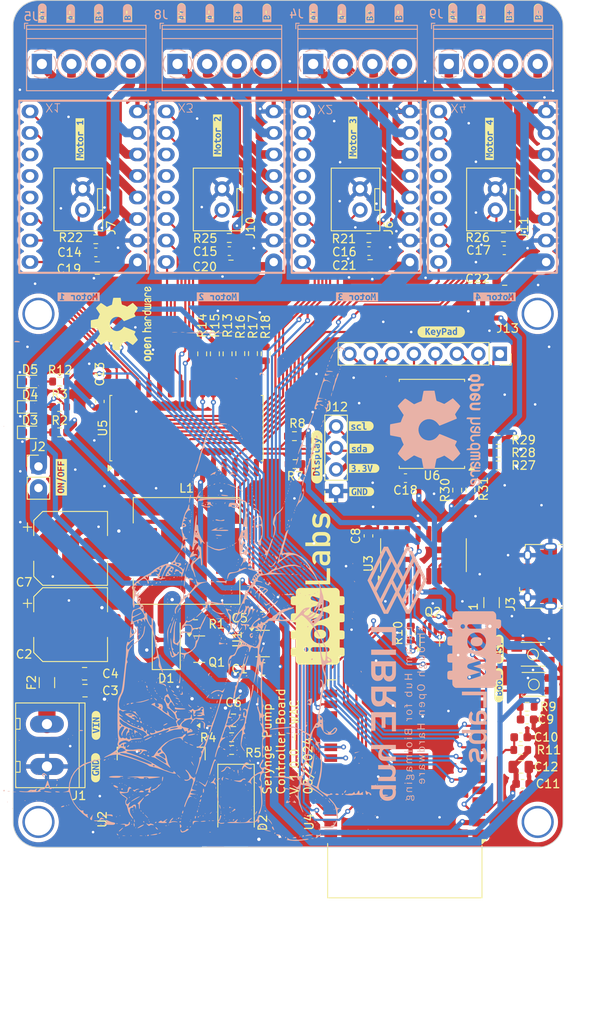
<source format=kicad_pcb>
(kicad_pcb (version 20240108) (generator "pcbnew") (generator_version "8.0")
  (layers (0 "F.Cu" signal) (31 "B.Cu" signal) (34 "B.Paste" user) (35 "F.Paste" user) (36 "B.SilkS" user "B.Silkscreen") (37 "F.SilkS" user "F.Silkscreen") (38 "B.Mask" user) (39 "F.Mask" user) (44 "Edge.Cuts" user))
  (net 0 "")
  (net 1 "GND")
  (net 2 "Net-(D3-A)")
  (net 3 "Net-(D4-A)")
  (net 4 "VIN_12V")
  (net 5 "Net-(U2-VC)")
  (net 6 "VIN_5V")
  (net 7 "+3V3")
  (net 8 "Net-(D1-K)")
  (net 9 "/IO0")
  (net 10 "/RESET")
  (net 11 "Net-(D5-A)")
  (net 12 "Net-(D2-K)")
  (net 13 "V_USB")
  (net 14 "/V_in")
  (net 16 "Net-(J3-D+)")
  (net 17 "Net-(J3-D-)")
  (net 18 "M3_B2")
  (net 19 "M3_B1")
  (net 20 "M3_A2")
  (net 21 "/RST#")
  (net 22 "Net-(Q2A-B1)")
  (net 23 "/DTR#")
  (net 24 "Net-(Q2B-B1)")
  (net 25 "M3_A1")
  (net 26 "M1_Tx")
  (net 28 "/IO2")
  (net 29 "M3_ES")
  (net 30 "M1_ES")
  (net 31 "M2_A1")
  (net 32 "M2_A2")
  (net 41 "M2_B1")
  (net 42 "M2_B2")
  (net 45 "M4_A2")
  (net 48 "/RX")
  (net 49 "/TX")
  (net 50 "M4_B1")
  (net 51 "M4_A1")
  (net 55 "M2_ES")
  (net 58 "M4_ES")
  (net 59 "SCL")
  (net 62 "SDA")
  (net 64 "Net-(J13-Pin_3)")
  (net 67 "M1_STEP")
  (net 68 "M1_DIR")
  (net 69 "M1_MS1")
  (net 70 "M1_MS2")
  (net 71 "M1_B2")
  (net 72 "M1_A1")
  (net 73 "VM")
  (net 75 "M1_B1")
  (net 76 "M1_EN")
  (net 77 "M1_A2")
  (net 81 "M4_Tx")
  (net 85 "Net-(J13-Pin_6)")
  (net 86 "Net-(J13-Pin_1)")
  (net 87 "Net-(J13-Pin_4)")
  (net 88 "Net-(J13-Pin_2)")
  (net 89 "Net-(J13-Pin_8)")
  (net 90 "Net-(J13-Pin_7)")
  (net 91 "Net-(J13-Pin_5)")
  (net 92 "FB")
  (net 93 "Net-(U5-~{RESET})")
  (net 94 "INT_MGA")
  (net 95 "INT_MGB")
  (net 96 "Net-(U5-A2)")
  (net 97 "Net-(U5-A1)")
  (net 98 "Net-(U5-A0)")
  (net 99 "M3_Tx")
  (net 100 "M2_Tx")
  (net 101 "Net-(U6-A0)")
  (net 102 "Net-(U6-A1)")
  (net 103 "Net-(U6-A2)")
  (net 104 "M3_STEP")
  (net 105 "INT_KP")
  (net 107 "M4_DIR")
  (net 108 "M2_STEP")
  (net 109 "M2_DIR")
  (net 110 "M3_DIR")
  (net 111 "M4_STEP")
  (net 112 "M3_MS1")
  (net 113 "M3_MS2")
  (net 114 "M4_MS2")
  (net 115 "M3_EN")
  (net 116 "M2_MS1")
  (net 117 "M4_MS1")
  (net 120 "M2_EN")
  (net 121 "M2_MS2")
  (net 122 "M4_EN")
  (net 123 "M4_B2")
  (net 124 "Net-(F2-Pad1)")
  (footprint "Resistor_SMD:R_0603_1608Metric" (layer "F.Cu") (at 55.5 98 180)
    (property "Reference" "R3")
    (property "Value" "1k")
  )
  (footprint "Capacitor_SMD:C_0805_2012Metric" (layer "F.Cu") (at 58.45 129.5)
    (property "Reference" "C4")
    (property "Value" "1u")
  )
  (footprint "Capacitor_SMD:C_0603_1608Metric" (layer "F.Cu") (at 96.375 106.405 180)
    (property "Reference" "C18")
    (property "Value" "100n")
  )
  (footprint "kibuzzard-66C22E4F" (layer "F.Cu") (at 53.45 51.5 90)
    (property "Reference" "kibuzzard-66C22E4F" (hide yes))
    (property "Value" "G***" (hide yes))
  )
  (footprint "Diode_SMD:D_SMA" (layer "F.Cu") (at 68.1 125.5 90)
    (property "Reference" "D1")
    (property "Value" "D_Schottky")
  )
  (footprint "Resistor_SMD:R_0603_1608Metric" (layer "F.Cu") (at 107.95 77.95 180)
    (property "Reference" "R26")
    (property "Value" "10k")
  )
  (footprint "Resistor_SMD:R_0603_1608Metric" (layer "F.Cu") (at 102.49 107.825 90)
    (property "Reference" "R30")
    (property "Value" "10k")
  )
  (footprint "Resistor_SMD:R_0603_1608Metric" (layer "F.Cu") (at 107.325 101.905 180)
    (property "Reference" "R29")
    (property "Value" "10k")
  )
  (footprint "kibuzzard-66C26938" (layer "F.Cu") (at 90.15 66.2 90)
    (property "Reference" "kibuzzard-66C26938" (hide yes))
    (property "Value" "G***" (hide yes))
  )
  (footprint "Capacitor_SMD:C_0603_1608Metric" (layer "F.Cu") (at 59.775 79.75 180)
    (property "Reference" "C14")
    (property "Value" "100n")
  )
  (footprint "RF_Module:ESP32-WROOM-32" (layer "F.Cu") (at 96.295 140.1 180)
    (property "Reference" "U4")
    (property "Value" "ESP32-WROOM-32D")
  )
  (footprint "Resistor_SMD:R_0603_1608Metric" (layer "F.Cu") (at 110 138.5 180)
    (property "Reference" "R11")
    (property "Value" "10K")
  )
  (footprint "Capacitor_SMD:C_0603_1608Metric" (layer "F.Cu") (at 110 137)
    (property "Reference" "C10")
    (property "Value" "100n")
  )
  (footprint "Capacitor_SMD:C_0805_2012Metric" (layer "F.Cu") (at 79.5 128.9375)
    (property "Reference" "C1")
    (property "Value" "1u")
  )
  (footprint "Capacitor_SMD:C_0805_2012Metric" (layer "F.Cu") (at 75.75 81.4 180)
    (property "Reference" "C20")
    (property "Value" "1u")
  )
  (footprint "kibuzzard-66C22E4F" (layer "F.Cu") (at 101.95 51.45 90)
    (property "Reference" "kibuzzard-66C22E4F" (hide yes))
    (property "Value" "G***" (hide yes))
  )
  (footprint "IoWLabsConnectors:JST-XH-2x1-2.5p-TH-V" (layer "F.Cu") (at 58.225 73.5 90)
    (property "Reference" "J7")
    (property "Value" "EndSwitch")
  )
  (footprint "Package_TO_SOT_SMD:SOT-363_SC-70-6_Handsoldering" (layer "F.Cu") (at 99.25 125.55 90)
    (property "Reference" "Q2")
    (property "Value" "Q_Dual_NPN_NPN_BRT_E1B1C2E2B2C1")
  )
  (footprint "kibuzzard-66C22E91" (layer "F.Cu") (at 112.05 51.45 90)
    (property "Reference" "kibuzzard-66C22E91" (hide yes))
    (property "Value" "G***" (hide yes))
  )
  (footprint "Package_TO_SOT_SMD:TO-263-5_TabPin3" (layer "F.Cu") (at 67.5 143 -90)
    (property "Reference" "U2")
    (property "Value" "XL4015")
  )
  (footprint "Capacitor_SMD:C_0805_2012Metric" (layer "F.Cu") (at 58.5 131.5)
    (property "Reference" "C3")
    (property "Value" "1u")
  )
  (footprint "LED_SMD:LED_0603_1608Metric" (layer "F.Cu") (at 52 95)
    (property "Reference" "D5")
    (property "Value" "LED")
  )
  (footprint "Resistor_SMD:R_0603_1608Metric" (layer "F.Cu") (at 104.05 107.8 90)
    (property "Reference" "R31")
    (property "Value" "10k")
  )
  (footprint "kibuzzard-66C22E91" (layer "F.Cu") (at 95.6 51.5 90)
    (property "Reference" "kibuzzard-66C22E91" (hide yes))
    (property "Value" "G***" (hide yes))
  )
  (footprint "Resistor_SMD:R_0603_1608Metric" (layer "F.Cu") (at 75.825 137 180)
    (property "Reference" "R4")
    (property "Value" "10K")
  )
  (footprint "kibuzzard-66C271FC" (layer "F.Cu") (at 91.2 102.9)
    (property "Reference" "kibuzzard-66C271FC" (hide yes))
    (property "Value" "G***" (hide yes))
  )
  (footprint "Connector_PinSocket_2.54mm:PinSocket_1x08_P2.54mm_Vertical" (layer "F.Cu") (at 107.525 91.725 -90)
    (property "Reference" "J13")
    (property "Value" "Conn_01x08")
  )
  (footprint "Package_TO_SOT_SMD:SOT-23-5" (layer "F.Cu") (at 79.5 125.9375)
    (property "Reference" "U1")
    (property "Value" "AP2112K-3.3")
  )
  (footprint "Capacitor_SMD:CP_Elec_8x10.5" (layer "F.Cu") (at 56.8 123.7)
    (property "Reference" "C2")
    (property "Value" "220uF")
  )
  (footprint "kibuzzard-66C22E62" (layer "F.Cu") (at 73.25 51.5 90)
    (property "Reference" "kibuzzard-66C22E62" (hide yes))
    (property "Value" "G***" (hide yes))
  )
  (footprint "Capacitor_SMD:C_0603_1608Metric" (layer "F.Cu") (at 110.225 142.5)
    (property "Reference" "C11")
    (property "Value" "100n")
  )
  (footprint "Resistor_SMD:R_0603_1608Metric" (layer "F.Cu") (at 107.325 104.905 180)
    (property "Reference" "R27")
    (property "Value" "10k")
  )
  (footprint "IoWLabsConnectors:Tb-2x1-5p-TH-V" (layer "F.Cu") (at 54 137.95 90)
    (property "Reference" "J1")
    (property "Value" "IN")
  )
  (footprint "kibuzzard-66C268D3" (layer "F.Cu") (at 74.15 65.95 90)
    (property "Reference" "kibuzzard-66C268D3" (hide yes))
    (property "Value" "G***" (hide yes))
  )
  (footprint "Resistor_SMD:R_0603_1608Metric" (layer "F.Cu") (at 55.5 95 180)
    (property "Reference" "R12")
    (property "Value" "330")
  )
  (footprint "Resistor_SMD:R_0603_1608Metric" (layer "F.Cu") (at 97 124.7 -90)
    (property "Reference" "R10")
    (property "Value" "10K")
  )
  (footprint "Connector_USB:USB_Micro-B_Amphenol_10118194_Horizontal" (layer "F.Cu") (at 112.2 118 90)
    (property "Reference" "J3")
    (property "Value" "USB_B_Micro")
  )
  (footprint "Capacitor_SMD:C_0805_2012Metric" (layer "F.Cu") (at 92.2 81.35 180)
    (property "Reference" "C21")
    (property "Value" "1u")
  )
  (footprint "Resistor_SMD:R_0603_1608Metric" (layer "F.Cu") (at 107.325 103.405 180)
    (property "Reference" "R28")
    (property "Value" "10k")
  )
  (footprint "kibuzzard-66C22E71" (layer "F.Cu") (at 108.6 51.5 90)
    (property "Reference" "kibuzzard-66C22E71" (hide yes))
    (property "Value" "G***" (hide yes))
  )
  (footprint "IoWLabs:SMD_SWITCH" (layer "F.Cu") (at 111.55 130.75 180)
    (property "Reference" "SW1" (hide yes))
    (property "Value" "SW_DIP_x02")
  )
  (footprint "kibuzzard-66C22E71" (layer "F.Cu") (at 92.15 51.55 90)
    (property "Reference" "kibuzzard-66C22E71" (hide yes))
    (property "Value" "G***" (hide yes))
  )
  (footprint "Resistor_SMD:R_0603_1608Metric" (layer "F.Cu") (at 73.85 91.725 -90)
    (property "Reference" "R15")
    (property "Value" "10K")
  )
  (footprint "Resistor_SMD:R_0603_1608Metric" (layer "F.Cu") (at 71.5625 123.65)
    (property "Reference" "R1")
    (property "Value" "10K")
  )
  (footprint "Package_SO:SOIC-16_3.9x9.9mm_P1.27mm" (layer "F.Cu") (at 98.5 115.5 90)
    (property "Reference" "U3")
    (property "Value" "CH340C")
  )
  (footprint "Resistor_SMD:R_0603_1608Metric" (layer "F.Cu") (at 72.35 91.725 -90)
    (property "Reference" "R14")
    (property "Value" "10K")
  )
  (footprint "Resistor_SMD:R_0603_1608Metric" (layer "F.Cu") (at 110.75 133.4 180)
    (property "Reference" "R9")
    (property "Value" "10K")
  )
  (footprint "Inductor_SMD:L_12x12mm_H8mm" (layer "F.Cu") (at 70.5 115)
    (property "Reference" "L1")
    (property "Value" "47uH")
  )
  (footprint "kibuzzard-66A405FA" (layer "F.Cu") (at 59.75 140.6 90)
    (property "Reference" "kibuzzard-66A405FA" (hide yes))
    (property "Value" "G***" (hide yes))
  )
  (footprint "Capacitor_SMD:C_0603_1608Metric" (layer "F.Cu") (at 75.55 79.6 180)
    (property "Reference" "C15")
    (property "Value" "100n")
  )
  (footprint "kibuzzard-66C22E71" (layer "F.Cu") (at 60.1 51.55 90)
    (property "Reference" "kibuzzard-66C22E71" (hide yes))
    (property "Value" "G***" (hide yes))
  )
  (footprint "Capacitor_SMD:C_0805_2012Metric" (layer "F.Cu") (at 108.1 82.9 180)
    (property "Reference" "C22")
    (property "Value" "1u")
  )
  (footprint "Resistor_SMD:R_0603_1608Metric" (layer "F.Cu") (at 59.775 78.2 180)
    (property "Reference" "R22")
    (property "Value" "10k")
  )
  (footprint "Package_SO:SOIC-16W_7.5x10.3mm_P1.27mm" (layer "F.Cu") (at 99.5 100 180)
    (property "Reference" "U6")
    (property "Value" "PCF8574")
  )
  (footprint "kibuzzard-66C22E62" (layer "F.Cu") (at 56.8 51.55 90)
    (property "Reference" "kibuzzard-66C22E62" (hide yes))
    (property "Value" "G***" (hide yes))
  )
  (footprint "kibuzzard-66C270DB" (layer "F.Cu") (at 107.4 130.85 90)
    (property "Reference" "kibuzzard-66C270DB" (hide yes))
    (property "Value" "G***" (hide yes))
  )
  (footprint "Resistor_SMD:R_0603_1608Metric" (layer "F.Cu") (at 75.35 91.725 -90)
    (property "Reference" "R13")
    (property "Value" "10K")
  )
  (footprint "Resistor_SMD:R_0603_1608Metric" (layer "F.Cu") (at 79.85 91.725 90)
    (property "Reference" "R18")
    (property "Value" "10K")
  )
  (footprint "kibuzzard-66C27242" (layer "F.Cu") (at 100.6 89.15)
    (property "Reference" "kibuzzard-66C27242" (hide yes))
    (property "Value" "G***" (hide yes))
  )
  (footprint "Resistor_SMD:R_0603_1608Metric" (layer "F.Cu") (at 75.825 138.5)
    (property "Reference" "R5")
    (property "Value" "3.3K")
  )
  (footprint "Package_TO_SOT_SMD:SOT-23" (layer "F.Cu") (at 72 126.6)
    (property "Reference" "Q1")
    (property "Value" "Q_PMOS_GSD")
  )
  (footprint "Diode_SMD:D_SMB_Handsoldering" (layer "F.Cu") (at 76.35 144.9 -90)
    (property "Reference" "D2")
    (property "Value" "B540")
  )
  (footprint "Resistor_SMD:R_0603_1608Metric" (layer "F.Cu") (at 83.325 104.75 180)
    (property "Reference" "R7")
    (property "Value" "10k")
  )
  (footprint "IoWLabsConnectors:JST-XH-2x1-2.5p-TH-V" (layer "F.Cu") (at 107 73.5 90)
    (property "Reference" "J11")
    (property "Value" "EndSwitch")
  )
  (footprint "Symbol:OSHW-Logo2_9.8x8mm_SilkScreen" (layer "F.Cu") (at 62.9 88.2 90)
    (property "Reference" "REF**" (hide yes))
    (property "Value" "OSHW-Logo2_9.8x8mm_SilkScreen" (hide yes))
  )
  (footprint "Capacitor_SMD:C_0603_1608Metric" (layer "F.Cu") (at 92 113.225 90)
    (property "Reference" "C8")
    (property "Value" "100n")
  )
  (footprint "kibuzzard-66C27168" (layer "F.Cu") (at 91.2 108)
    (property "Reference" "kibuzzard-66C27168" (hide yes))
    (property "Value" "G***" (hide yes))
  )
  (footprint "Fuse:Fuse_1206_3216Metric" (layer "F.Cu") (at 106.55 121.1 -90)
    (property "Reference" "F1")
    (property "Value" "FUSE")
  )
  (footprint "IoWLabsLogos:IoWLabs_logo_12mm" (layer "F.Cu") (at 86 119.4 90)
    (property "Reference" "G***" (hide yes))
    (property "Value" "LOGO" (hide yes))
  )
  (footprint "kibuzzard-66C22E91" (layer "F.Cu") (at 63.55 51.5 90)
    (property "Reference" "kibuzzard-66C22E91" (hide yes))
    (property "Value" "G***" (hide yes))
  )
  (footprint "Capacitor_SMD:C_0603_1608Metric" (layer "F.Cu") (at 60.25 97.35 90)
    (property "Reference" "C13")
    (property "Value" "100n")
  )
  (footprint "Capacitor_SMD:CP_Elec_8x10.5" (layer "F.Cu") (at 56.8 114.7)
    (property "Reference" "C7")
    (property "Value" "330uF")
  )
  (footprint "Capacitor_SMD:C_0805_2012Metric" (layer "F.Cu") (at 110 140.5)
    (property "Reference" "C12")
    (property "Value" "10u")
  )
  (footprint "Capacitor_SMD:C_0805_2012Metric" (layer "F.Cu") (at 76.05 135 180)
    (property "Reference" "C6")
    (property "Value" "1u")
  )
  (footprint "kibuzzard-66C268F5" (layer "F.Cu") (at 57.9 66.4 90)
    (property "Reference" "kibuzzard-66C268F5" (hide yes))
    (property "Value" "G***" (hide yes))
  )
  (footprint "kibuzzard-66C2695E" (layer "F.Cu") (at 106.3 66.35 90)
    (property "Reference" "kibuzzard-66C2695E" (hide yes))
    (property "Value" "G***" (hide yes))
  )
  (footprint "Resistor_SMD:R_0603_1608Metric" (layer "F.Cu") (at 76.85 91.7 90)
    (property "Reference" "R16")
    (property "Value" "10K")
  )
  (footprint "kibuzzard-66A40617" (layer "F.Cu") (at 59.8 135.6 90)
    (property "Reference" "kibuzzard-66A40617" (hide yes))
    (property "Value" "G***" (hide yes))
  )
  (footprint "IoWLabsConnectors:JST-XH-2x1-2.5p-TH-V" (layer "F.Cu") (at 74.7 73.5 90)
    (property "Reference" "J10")
    (property "Value" "EndSwitch")
  )
  (footprint "Connector_PinSocket_2.54mm:PinSocket_1x04_P2.54mm_Vertical" (layer "F.Cu") (at 88.175 107.92 180)
    (property "Reference" "J12")
    (property "Value" "Conn_01x04")
  )
  (footprint "Resistor_SMD:R_0603_1608Metric" (layer "F.Cu") (at 101.5 125.45 -90)
    (property "Reference" "R6")
    (property "Value" "10K")
  )
  (footprint "kibuzzard-66C22E62" (layer "F.Cu") (at 105.3 51.5 90)
    (property "Reference" "kibuzzard-66C22E62" (hide yes))
    (property "Value" "G***" (hide yes))
  )
  (footprint "LED_SMD:LED_0603_1608Metric" (layer "F.Cu") (at 52 98)
    (property "Reference" "D4")
    (property "Value" "LED")
  )
  (footprint "Capacitor_SMD:C_0603_1608Metric" (layer "F.Cu") (at 92.05 79.6 180)
    (property "Reference" "C16")
    (property "Value" "100n")
  )
  (footprint "IoWLabs:SMD_SWITCH" (layer "F.Cu") (at 111.45 127.2 180)
    (property "Reference" "SW2" (hide yes))
    (property "Value" "SW_DIP_x02" (hide yes))
  )
  (footprint "Capacitor_SMD:C_0805_2012Metric" (layer "F.Cu") (at 79.5 122.9375 180)
    (property "Reference" "C5")
    (property "Value" "1u")
  )
  (footprint "Capacitor_SMD:C_0603_1608Metric" (layer "F.Cu") (at 110.75 134.9)
    (property "Reference" "C9")
    (property "Value" "100n")
  )
  (footprint "Resistor_SMD:R_0603_1608Metric" (layer "F.Cu") (at 78.35 91.7 90)
    (property "Reference" "R17")
    (property "Value" "10K")
  )
  (footprint "Resistor_SMD:R_0603_1608Metric" (layer "F.Cu") (at 83.25 101.45 180)
    (property "Reference" "R8")
    (property "Value" "10k")
  )
  (footprint "Capacitor_SMD:C_0805_2012Metric" (layer "F.Cu") (at 59.95 81.6 180)
    (property "Reference" "C19")
    (property "Value" "1u")
  )
  (footprint "Connector_PinHeader_2.54mm:PinHeader_1x02_P2.54mm_Vertical" (layer "F.Cu") (at 53 105.025)
    (property "Reference" "J2")
    (property "Value" "ON OFF")
  )
  (footprint "kibuzzard-66C22E91" (layer "F.Cu") (at 80 51.45 90)
    (property "Reference" "kibuzzard-66C22E91" (hide yes))
    (property "Value" "G***" (hide yes))
  )
  (footprint "kibuzzard-66C22E4F" (layer "F.Cu") (at 69.9 51.45 90)
    (property "Reference" "kibuzzard-66C22E4F" (hide yes))
    (property "Value" "G***" (hide yes))
  )
  (footprint "IoWLabsConnectors:JST-XH-2x1-2.5p-TH-V" (layer "F.Cu") (at 91 73.5 90)
    (property "Reference" "J6")
    (property "Value" "EndSwitch")
  )
  (footprint "Package_SO:SOIC-28W_7.5x17.9mm_P1.27mm" (layer "F.Cu") (at 70.5 100.5 90)
    (property "Reference" "U5")
    (property "Value" "MCP23017_SO")
  )
  (footprint "Fuse:Fuse_1206_3216Metric" (layer "F.Cu") (at 54 130.55 90)
    (property "Reference" "F2")
    (property "Value" "FUSE")
  )
  (footprint "kibuzzard-66C26F7C" (layer "F.Cu") (at 55.7 106.3 90)
    (property "Reference" "kibuzzard-66C26F7C" (hide yes))
    (property "Value" "G***" (hide yes))
  )
  (footprint "kibuzzard-66C22E62" (layer "F.Cu") (at 88.85 51.55 90)
    (property "Reference" "kibuzzard-66C22E62" (hide yes))
    (property "Value" "G***" (hide yes))
  )
  (footprint "kibuzzard-66C27224" (layer "F.Cu") (at 91.5 105.25)
    (property "Reference" "kibuzzard-66C27224" (hide yes))
    (property "Value" "G***" (hide yes))
  )
  (footprint "kibuzzard-66C22E71" (layer "F.Cu") (at 76.55 51.5 90)
    (property "Reference" "kibuzzard-66C22E71" (hide yes))
    (property "Value" "G***" (hide yes))
  )
  (footprint "kibuzzard-66C27154" (layer "F.Cu") (at 85.9 103.9 90)
    (property "Reference" "kibuzzard-66C27154" (hide yes))
    (property "Value" "G***" (hide yes))
  )
  (footprint "kibuzzard-66C270D3" (layer "F.Cu") (at 107.45 126.6 90)
    (property "Reference" "kibuzzard-66C270D3" (hide yes))
    (property "Value" "G***" (hide yes))
  )
  (footprint "Capacitor_SMD:C_0603_1608Metric" (layer "F.Cu") (at 108.05 79.5 180)
    (property "Reference" "C17")
    (property "Value" "100n")
  )
  (footprint "kibuzzard-66C22E4F" (layer "F.Cu") (at 85.5 51.5 90)
    (property "Reference" "kibuzzard-66C22E4F" (hide yes))
    (property "Value" "G***" (hide yes))
  )
  (footprint "Resistor_SMD:R_0603_1608Metric" (layer "F.Cu") (at 92.05 78.05 180)
    (property "Reference" "R21")
    (property "Value" "10k")
  )
  (footprint "LED_SMD:LED_0603_1608Metric" (layer "F.Cu") (at 52 101)
    (property "Reference" "D3")
    (property "Value" "LED")
  )
  (footprint "kibuzzard-66C27204" (layer "F.Cu") (at 91.15 100.25)
    (property "Reference" "kibuzzard-66C27204" (hide yes))
    (property "Value" "G***" (hide yes))
  )
  (footprint "Resistor_SMD:R_0603_1608Metric" (layer "F.Cu") (at 75.55 78.05 180)
    (property "Reference" "R25")
    (property "Value" "10k")
  )
  (footprint "Resistor_SMD:R_0603_1608Metric" (layer "F.Cu") (at 55.5 101 180)
    (property "Reference" "R2")
    (property "Value" "1k")
  )
  (footprint "IoWLabsLogos:IoWLabs_logo_12mm" (layer "B.Cu") (at 104.5 131.149527 -90)
    (property "Reference" "G***" (hide yes))
    (property "Value" "LOGO" (hide yes))
  )
  (footprint "kibuzzard-66C22E71" (layer "B.Cu") (at 76.590307 51.5 90)
    (property "Reference" "kibuzzard-66C22E71" (hide yes))
    (property "Value" "G***" (hide yes))
  )
  (footprint "kibuzzard-66C22E91" (layer "B.Cu") (at 63.5 51.5 90)
    (property "Reference" "kibuzzard-66C22E91" (hide yes))
    (property "Value" "G***" (hide yes))
  )
  (footprint "kibuzzard-66C22E62" (layer "B.Cu") (at 56.790307 51.547173 90)
    (property "Reference" "kibuzzard-66C22E62" (hide yes))
    (property "Value" "G***" (hide yes))
  )
  (footprint "TerminalBlock_Phoenix:TerminalBlock_Phoenix_PT-1,5-4-3.5-H_1x04_P3.50mm_Horizontal" (layer "B.Cu") (at 69.433333 57.5)
    (property "Reference" "J8")
    (property "Value" "HDR-4x1")
  )
  (footprint "kibuzzard-66C22E4F" (layer "B.Cu") (at 85.5 51.5 90)
    (property "Reference" "kibuzzard-66C22E4F" (hide yes))
    (property "Value" "G***" (hide yes))
  )
  (footprint "kibuzzard-66C22E91" (layer "B.Cu") (at 112.1 51.5 90)
    (property "Reference" "kibuzzard-66C22E91" (hide yes))
    (property "Value" "G***" (hide yes))
  )
  (footprint "kibuzzard-66C268D3" (layer "B.Cu") (at 74.2 85 180)
    (property "Reference" "kibuzzard-66C268D3" (hide yes))
    (property "Value" "G***" (hide yes))
  )
  (footprint "IoWLabsModules:TCM2209" (layer "B.Cu") (at 74.45 72)
    (property "Reference" "X3")
    (property "Value" "~" (hide yes))
  )
  (footprint "TerminalBlock_Phoenix:TerminalBlock_Phoenix_PT-1,5-4-3.5-H_1x04_P3.50mm_Horizontal" (layer "B.Cu") (at 53.4 57.5)
    (property "Reference" "J5")
    (property "Value" "HDR-4x1")
  )
  (footprint "Symbol:OSHW-Logo2_14.6x12mm_SilkScreen" (layer "B.Cu") (at 100.1 100.7 -90)
    (property "Reference" "REF**" (hide yes))
    (property "Value" "OSHW-Logo2_14.6x12mm_SilkScreen" (hide yes))
  )
  (footprint "TerminalBlock_Phoenix:TerminalBlock_Phoenix_PT-1,5-4-3.5-H_1x04_P3.50mm_Horizontal" (layer "B.Cu") (at 101.5 57.5)
    (property "Reference" "J9")
    (property "Value" "HDR-4x1")
  )
  (footprint "kibuzzard-66C26938" (layer "B.Cu") (at 90.65 85 180)
    (property "Reference" "kibuzzard-66C26938" (hide yes))
    (property "Value" "G***" (hide yes))
  )
  (footprint "IoWLabsModules:TCM2209" (layer "B.Cu") (at 90.55 72)
    (property "Reference" "X2")
    (property "Value" "~")
  )
  (footprint "kibuzzard-66C22E62" (layer "B.Cu") (at 105.340307 51.5 90)
    (property "Reference" "kibuzzard-66C22E62" (hide yes))
    (property "Value" "G***" (hide yes))
  )
  (footprint "kibuzzard-66C2695E" (layer "B.Cu") (at 106.9 85 180)
    (property "Reference" "kibuzzard-66C2695E" (hide yes))
    (property "Value" "G***" (hide yes))
  )
  (footprint "kibuzzard-66C22E62" (layer "B.Cu") (at 88.840307 51.5 90)
    (property "Reference" "kibuzzard-66C22E62" (hide yes))
    (property "Value" "G***" (hide yes))
  )
  (footprint "IoWLabsLogos:LIBRE_HUB" (layer "B.Cu") (at 95.4 129.5 -90)
    (property "Reference" "G***" (hide yes))
    (property "Value" "LOGO" (hide yes))
  )
  (footprint "kibuzzard-66C22E71" (layer "B.Cu") (at 108.690307 51.5 90)
    (property "Reference" "kibuzzard-66C22E71" (hide yes))
    (property "Value" "G***" (hide yes))
  )
  (footprint "kibuzzard-66C22E62" (layer "B.Cu") (at 73.240307 51.5 90)
    (property "Reference" "kibuzzard-66C22E62" (hide yes))
    (property "Value" "G***" (hide yes))
  )
  (footprint "kibuzzard-66C268F5" (layer "B.Cu") (at 57.75 85 180)
    (property "Reference" "kibuzzard-66C268F5" (hide yes))
    (property "Value" "G***" (hide yes))
  )
  (footprint "kibuzzard-66C22E4F" (layer "B.Cu") (at 69.9 51.5 90)
    (property "Reference" "kibuzzard-66C22E4F" (hide yes))
    (property "Value" "G***" (hide yes))
  )
  (footprint "TerminalBlock_Phoenix:TerminalBlock_Phoenix_PT-1,5-4-3.5-H_1x04_P3.50mm_Horizontal" (layer "B.Cu") (at 85.466666 57.5)
    (property "Reference" "J4")
    (property "Value" "HDR-4x1")
  )
  (footprint "IoWLabsLogos:moebius_1" (layer "B.Cu") (at 71.642334 119.967159 180)
    (property "Reference" "G***" (hide yes))
    (property "Value" "LOGO" (hide yes))
  )
  (footprint "kibuzzard-66C22E91" (layer "B.Cu") (at 95.6 51.5 90)
    (property "Reference" "kibuzzard-66C22E91" (hide yes))
    (property "Value" "G***" (hide yes))
  )
  (footprint "IoWLabsModules:TCM2209" (layer "B.Cu") (at 58.35 72)
    (property "Reference" "X1")
    (property "Value" "~" (hide yes))
  )
  (footprint "kibuzzard-66C22E71" (layer "B.Cu") (at 92.190307 51.5 90)
    (property "Reference" "kibuzzard-66C22E71" (hide yes))
    (property "Value" "G***" (hide yes))
  )
  (footprint "kibuzzard-66C22E4F" (layer "B.Cu") (at 53.45 51.5 90)
    (property "Reference" "kibuzzard-66C22E4F" (hide yes))
    (property "Value" "G***" (hide yes))
  )
  (footprint "kibuzzard-66C22E71" (layer "B.Cu") (at 60.140307 51.524232 90)
    (property "Reference" "kibuzzard-66C22E71" (hide yes))
    (property "Value" "G***" (hide yes))
  )
  (footprint "kibuzzard-66C22E91" (layer "B.Cu") (at 80 51.5 90)
    (property "Reference" "kibuzzard-66C22E91" (hide yes))
    (property "Value" "G***" (hide yes))
  )
  (footprint "kibuzzard-66C22E4F" (layer "B.Cu") (at 102 51.5 90)
    (property "Reference" "kibuzzard-66C22E4F" (hide yes))
    (property "Value" "G***" (hide yes))
  )
  (footprint "IoWLabsModules:TCM2209" (layer "B.Cu") (at 106.65 72)
    (property "Reference" "X4")
    (property "Value" "~")
  )
  (gr_line (start 50 147) (end 50 53) (stroke (width 0.1)) (layer "Edge.Cuts"))
  (gr_line (start 53 50) (end 112 50) (stroke (width 0.1)) (layer "Edge.Cuts"))
  (gr_arc (start 53 150) (mid 50.87868 149.12132) (end 50 147) (stroke (width 0.1)) (layer "Edge.Cuts"))
  (gr_arc (start 112 50) (mid 114.12132 50.87868) (end 115 53) (stroke (width 0.1)) (layer "Edge.Cuts"))
  (gr_arc (start 115 147) (mid 114.12132 149.12132) (end 112 150) (stroke (width 0.1)) (layer "Edge.Cuts"))
  (gr_line (start 115 147) (end 115 53) (stroke (width 0.1)) (layer "Edge.Cuts"))
  (gr_line (start 53 150) (end 112 150) (stroke (width 0.1)) (layer "Edge.Cuts"))
  (gr_arc (start 50 53) (mid 50.87868 50.87868) (end 53 50) (stroke (width 0.1)) (layer "Edge.Cuts"))
  (gr_text "Serynge Pump \nController Board\nV 1.0.0 - WAC\n08/2024" (at 85.45 143.85 90) (layer "F.SilkS") (effects (font (size 1 1)) (justify left bottom)))
  (via (at 112 147) (size 3.8) (drill 3.2) (layers "F.Cu" "B.Cu") (net 0))
  (via (at 53 147) (size 3.8) (drill 3.2) (layers "F.Cu" "B.Cu") (net 0))
  (via (at 53 87) (size 3.8) (drill 3.2) (layers "F.Cu" "B.Cu") (net 0))
  (via (at 112 87) (size 3.8) (drill 3.2) (layers "F.Cu" "B.Cu") (net 0))
  (segment (start 62.5 112.65) (end 62.5 112.7) (width 1.016) (layer "F.Cu") (net 1))
  (segment (start 78.55 122.05) (end 78.2 121.7) (width 0.254) (layer "F.Cu") (net 1))
  (segment (start 51.2125 95) (end 51.2125 94.3125) (width 0.254) (layer "F.Cu") (net 1))
  (segment (start 64.7 63.11) (end 65.29 63.11) (width 0.6096) (layer "F.Cu") (net 1))
  (segment (start 59 82.25) (end 59 81.6) (width 0.6096) (layer "F.Cu") (net 1))
  (segment (start 78.3625 125.9375) (end 79.5875 125.9375) (width 0.254) (layer "F.Cu") (net 1))
  (segment (start 110.75 79.25) (end 110.8 79.25) (width 0.6096) (layer "F.Cu") (net 1))
  (segment (start 104.15 95.555) (end 104.15 95) (width 0.6096) (layer "F.Cu") (net 1))
  (segment (start 80.45 128.9375) (end 81.2625 128.9375) (width 0.254) (layer "F.Cu") (net 1))
  (segment (start 109.595 103.405) (end 110 103) (width 0.254) (layer "F.Cu") (net 1))
  (segment (start 77 147) (end 79.05 149.05) (width 1.016) (layer "F.Cu") (net 1))
  (segment (start 109.625 130) (end 110.85 130) (width 0.6096) (layer "F.Cu") (net 1))
  (segment (start 107.275 79.5) (end 106 79.5) (width 0.6096) (layer "F.Cu") (net 1))
  (segment (start 74.8 82.55) (end 74.75 82.6) (width 1.016) (layer "F.Cu") (net 1))
  (segment (start 74.8 81.4) (end 74.8 82.55) (width 1.016) (layer "F.Cu") (net 1))
  (segment (start 70.9 132.7) (end 71.15 132.45) (width 1.016) (layer "F.Cu") (net 1))
  (segment (start 95.66 63.11) (end 95.35 62.8) (width 0.6096) (layer "F.Cu") (net 1))
  (segment (start 113.375 125.375) (end 113.35 125.35) (width 0.6096) (layer "F.Cu") (net 1))
  (segment (start 113 61.65) (end 112.8 61.45) (width 0.6096) (layer "F.Cu") (net 1))
  (segment (start 59.55 82.8) (end 59 82.25) (width 0.6096) (layer "F.Cu") (net 1))
  (segment (start 75.1 135) (end 75.1 133.55) (width 1.016) (layer "F.Cu") (net 1))
  (segment (start 62.5 112.7) (end 60.5 114.7) (width 1.016) (layer "F.Cu") (net 1))
  (segment (start 106 79.5) (end 105.35 78.85) (width 0.6096) (layer "F.Cu") (net 1))
  (segment (start 65.29 63.11) (end 66.15 62.25) (width 0.6096) (layer "F.Cu") (net 1))
  (segment (start 96.9 63.11) (end 95.66 63.11) (width 0.6096) (layer "F.Cu") (net 1))
  (segment (start 78.55 122.9375) (end 78.55 122.05) (width 0.254) (layer "F.Cu") (net 1))
  (segment (start 107.15 82.85) (end 110.75 79.25) (width 0.6096) (layer "F.Cu") (net 1))
  (segment (start 113 63.11) (end 113 61.65) (width 0.6096) (layer "F.Cu") (net 1))
  (segment (start 59.8 131.5) (end 60.8 132.5) (width 0.6096) (layer "F.Cu") (net 1))
  (segment (start 70.9 135.35) (end 70.9 132.7) (width 1.016) (layer "F.Cu") (net 1))
  (segment (start 109.405 104.905) (end 109.5 105) (width 0.254) (layer "F.Cu") (net 1))
  (segment (start 74.775 81.375) (end 74.8 81.4) (width 1.016) (layer "F.Cu") (net 1))
  (segment (start 51.2125 98) (end 51.2125 98.7375) (width 0.254) (layer "F.Cu") (net 1))
  (segment (start 108.15 104.905) (end 109.405 104.905) (width 0.254) (layer "F.Cu") (net 1))
  (segment (start 108.15 103.405) (end 109.595 103.405) (width 0.254) (layer "F.Cu") (net 1))
  (segment (start 60.5 123.7) (end 60.5 121.7) (width 1.016) (layer "F.Cu") (net 1))
  (segment (start 79.5875 125.9375) (end 79.6 125.95) (width 0.254) (layer "F.Cu") (net 1))
  (segment (start 51.2125 94.3125) (end 50.8 93.9) (width 0.254) (layer "F.Cu") (net 1))
  (segment (start 81.2625 128.9375) (end 81.55 128.65) (width 0.254) (layer "F.Cu") (net 1))
  (segment (start 109.525 125.725) (end 110.25 125) (width 0.6096) (layer "F.Cu") (net 1))
  (segment (start 59.45 131.5) (end 59.8 131.5) (width 0.6096) (layer "F.Cu") (net 1))
  (segment (start 104.15 95) (end 103.9 94.75) (width 0.6096) (layer "F.Cu") (net 1))
  (segment (start 113.375 126.45) (end 113.375 125.375) (width 0.6096) (layer "F.Cu") (net 1))
  (segment (start 107.15 82.9) (end 107.15 82.85) (width 0.6096) (layer "F.Cu") (net 1))
  (segment (start 77 146.5) (end 77 147) (width 1.016) (layer "F.Cu") (net 1))
  (segment (start 51.2125 101.9875) (end 51.1 102.1) (width 0.254) (layer "F.Cu") (net 1))
  (segment (start 109.525 126.45) (end 109.525 125.725) (width 0.6096) (layer "F.Cu") (net 1))
  (segment (start 59 79.75) (end 59 81.6) (width 0.6096) (layer "F.Cu") (net 1))
  (segment (start 51.2125 101) (end 51.2125 101.9875) (width 0.254) (layer "F.Cu") (net 1))
  (segment (start 51.2125 98.7375) (end 50.85 99.1) (width 0.254) (layer "F.Cu") (net 1))
  (segment (start 74.775 79.6) (end 74.775 81.375) (width 1.016) (layer "F.Cu") (net 1))
  (via (at 112.45 109.6) (size 0.6) (drill 0.3) (layers "F.Cu" "B.Cu") (net 1))
  (via (at 94 120.95) (size 0.6) (drill 0.3) (layers "F.Cu" "B.Cu") (net 1))
  (via (at 68.5 116.45) (size 0.6) (drill 0.3) (layers "F.Cu" "B.Cu") (net 1))
  (via (at 101.45 133.9) (size 0.6) (drill 0.3) (layers "F.Cu" "B.Cu") (net 1))
  (via (at 113.35 90.9) (size 0.6) (drill 0.3) (layers "F.Cu" "B.Cu") (net 1))
  (via (at 92.5 106.95) (size 0.6) (drill 0.3) (layers "F.Cu" "B.Cu") (net 1))
  (via (at 51.7 90.9) (size 0.6) (drill 0.3) (layers "F.Cu" "B.Cu") (net 1))
  (via (at 85.85 94.1) (size 0.6) (drill 0.3) (layers "F.Cu" "B.Cu") (net 1))
  (via (at 56.75 138.05) (size 0.6) (drill 0.3) (layers "F.Cu" "B.Cu") (net 1))
  (via (at 98.75 82.75) (size 0.6) (drill 0.3) (layers "F.Cu" "B.Cu") (net 1))
  (via (at 94.55 79.15) (size 0.6) (drill 0.3) (layers "F.Cu" "B.Cu") (net 1))
  (via (at 89.35 116.8) (size 0.6) (drill 0.3) (layers "F.Cu" "B.Cu") (net 1))
  (via (at 100.4 146.45) (size 0.6) (drill 0.3) (layers "F.Cu" "B.Cu") (net 1))
  (via (at 74.7 120.85) (size 0.6) (drill 0.3) (layers "F.Cu" "B.Cu") (net 1))
  (via (at 113.35 125.35) (size 0.6) (drill 0.3) (layers "F.Cu" "B.Cu") (net 1))
  (via (at 89.7 82.7) (size 0.6) (drill 0.3) (layers "F.Cu" "B.Cu") (net 1))
  (via (at 79.15 86.85) (size 0.6) (drill 0.3) (layers "F.Cu" "B.Cu") (net 1))
  (via (at 103.95 129.9) (size 0.6) (drill 0.3) (layers "F.Cu" "B.Cu") (net 1))
  (via (at 62.5 112.65) (size 0.8) (drill 0.4) (layers "F.Cu" "B.Cu") (net 1))
  (via (at 79.05 149.05) (size 0.8) (drill 0.4) (layers "F.Cu" "B.Cu") (net 1))
  (via (at 109.5 105) (size 0.8) (drill 0.4) (layers "F.Cu" "B.Cu") (net 1))
  (via (at 94.9 133.25) (size 0.6) (drill 0.3) (layers "F.Cu" "B.Cu") (net 1))
  (via (at 59.45 148.2) (size 0.6) (drill 0.3) (layers "F.Cu" "B.Cu") (net 1))
  (via (at 104.65 110.9) (size 0.6) (drill 0.3) (layers "F.Cu" "B.Cu") (net 1))
  (via (at 108.75 76.1) (size 0.6) (drill 0.3) (layers "F.Cu" "B.Cu") (net 1))
  (via (at 72.95 135.9) (size 0.6) (drill 0.3) (layers "F.Cu" "B.Cu") (net 1))
  (via (at 57.35 105.4) (size 0.6) (drill 0.3) (layers "F.Cu" "B.Cu") (net 1))
  (via (at 78.2 121.7) (size 0.6) (drill 0.3) (layers "F.Cu" "B.Cu") (net 1))
  (via (at 111.7 97.7) (size 0.6) (drill 0.3) (layers "F.Cu" "B.Cu") (net 1))
  (via (at 71.15 132.45) (size 0.8) (drill 0.4) (layers "F.Cu" "B.Cu") (net 1))
  (via (at 81.5 148.75) (size 0.6) (drill 0.3) (layers "F.Cu" "B.Cu") (net 1))
  (via (at 95.35 62.8) (size 0.6) (drill 0.3) (layers "F.Cu" "B.Cu") (net 1))
  (via (at 74.6 107.9) (size 0.6) (drill 0.3) (layers "F.Cu" "B.Cu") (net 1))
  (via (at 110 103) (size 0.8) (drill 0.4) (layers "F.Cu" "B.Cu") (net 1))
  (via (at 103.9 94.75) (size 0.6) (drill 0.3) (layers "F.Cu" "B.Cu") (net 1))
  (via (at 74.75 82.6) (size 0.6) (drill 0.3) (layers "F.Cu" "B.Cu") (net 1))
  (via (at 64.55 98.55) (size 0.6) (drill 0.3) (layers "F.Cu" "B.Cu") (net 1))
  (via (at 50.85 105.6) (size 0.6) (drill 0.3) (layers "F.Cu" "B.Cu") (net 1))
  (via (at 59.6 101.95) (size 0.6) (drill 0.3) (layers "F.Cu" "B.Cu") (net 1))
  (via (at 105.15 117.75) (size 0.6) (drill 0.3) (layers "F.Cu" "B.Cu") (net 1))
  (via (at 92.45 82.9) (size 0.6) (drill 0.3) (layers "F.Cu" "B.Cu") (net 1))
  (via (at 93.75 87.95) (size 0.6) (drill 0.3) (layers "F.Cu" "B.Cu") (net 1))
  (via (at 81.55 128.65) (size 0.6) (drill 0.3) (layers "F.Cu" "B.Cu") (net 1))
  (via (at 59 92.9) (size 0.6) (drill 0.3) (layers "F.Cu" "B.Cu") (net 1))
  (via (at 64.45 88.6) (size 0.6) (drill 0.3) (layers "F.Cu" "B.Cu") (net 1))
  (via (at 69.9 112.3) (size 0.6) (drill 0.3) (layers "F.Cu" "B.Cu") (net 1))
  (via (at 50.8 93.9) (size 0.6) (drill 0.3) (layers "F.Cu" "B.Cu") (net 1))
  (via (at 113.81 60.66) (size 0.6) (drill 0.3) (layers "F.Cu" "B.Cu") (net 1))
  (via (at 85.4 98.6) (size 0.6) (drill 0.3) (layers "F.Cu" "B.Cu") (net 1))
  (via (at 110.25 125) (size 0.6) (drill 0.3) (layers "F.Cu" "B.Cu") (net 1))
  (via (at 108.1 107.25) (size 0.6) (drill 0.3) (layers "F.Cu" "B.Cu") (net 1))
  (via (at 79.6 125.95) (size 0.6) (drill 0.3) (layers "F.Cu" "B.Cu") (net 1))
  (via (at 78.45 79.25) (size 0.6) (drill 0.3) (layers "F.Cu" "B.Cu") (net 1))
  (via (at 88.65 69.1) (size 0.6) (drill 0.3) (layers "F.Cu" "B.Cu") (net 1))
  (via (at 60.8 132.5) (size 0.8) (drill 0.4) (layers "F.Cu" "B.Cu") (net 1))
  (via (at 50.85 99.1) (size 0.6) (drill 0.3) (layers "F.Cu" "B.Cu") (net 1))
  (via (at 88.6 73.7) (size 0.6) (drill 0.3) (layers "F.Cu" "B.Cu") (net 1))
  (via (at 78.85 133.1) (size 0.6) (drill 0.3) (layers "F.Cu" "B.Cu") (net 1))
  (via (at 108.1 96.55) (size 0.6) (drill 0.3) (layers "F.Cu" "B.Cu") (net 1))
  (via (at 60.8 107.35) (size 0.6) (drill 0.3) (layers "F.Cu" "B.Cu") (net 1))
  (via (at 99.75 108.25) (size 0.6) (drill 0.3) (layers "F.Cu" "B.Cu") (net 1))
  (via (at 108.95 122.7) (size 0.6) (drill 0.3) (layers "F.Cu" "B.Cu") (net 1))
  (via (at 64.65 138.7) (size 0.6) (drill 0.3) (layers "F.Cu" "B.Cu") (net 1))
  (via (at 60.25 143.95) (size 0.6) (drill 0.3) (layers "F.Cu" "B.Cu") (net 1))
  (via (at 104.7 80.9) (size 0.6) (drill 0.3) (layers "F.Cu" "B.Cu") (net 1))
  (via (at 60.5 121.7) (size 0.8) (drill 0.4) (layers "F.Cu" "B.Cu") (net 1))
  (via (at 74.2 86.65) (size 0.6) (drill 0.3) (layers "F.Cu" "B.Cu") (net 1))
  (via (at 93.15 141.65) (size 0.6) (drill 0.3) (layers "F.Cu" "B.Cu") (net 1))
  (via (at 103.85 64.5) (size 0.6) (drill 0.3) (layers "F.Cu" "B.Cu") (net 1))
  (via (at 105.35 78.85) (size 0.6) (drill 0.3) (layers "F.Cu" "B.Cu") (net 1))
  (via (at 71.75 63.95) (size 0.6) (drill 0.3) (layers "F.Cu" "B.Cu") (net 1))
  (via (at 110.8 79.25) (size 0.6) (drill 0.3) (layers "F.Cu" "B.Cu") (net 1))
  (via (at 102.6 127.3) (size 0.6) (drill 0.3) (layers "F.Cu" "B.Cu") (net 1))
  (via (at 90.9 97.55) (size 0.6) (drill 0.3) (layers "F.Cu" "B.Cu") (net 1))
  (via (at 93.05 146.45) (size 0.6) (drill 0.3) (layers "F.Cu" "B.Cu") (net 1))
  (via (at 90.25 94.55) (size 0.6) (drill 0.3) (layers "F.Cu" "B.Cu") (net 1))
  (via (at 112.05 83.6) (size 0.6) (drill 0.3) (layers "F.Cu" "B.Cu") (net 1))
  (via (at 87.95 64.25) (size 0.6) (drill 0.3) (layers "F.Cu" "B.Cu") (net 1))
  (via (at 82.7 59.55) (size 0.6) (drill 0.3) (layers "F.Cu" "B.Cu") (net 1))
  (via (at 50.85 111.6) (size 0.6) (drill 0.3) (layers "F.Cu" "B.Cu") (net 1))
  (via (at 56.55 63.75) (size 0.6) (drill 0.3) (layers "F.Cu" "B.Cu") (net 1))
  (via (at 90.45 76.8) (size 0.6) (drill 0.3) (layers "F.Cu" "B.Cu") (net 1))
  (via (at 98.4 134.55) (size 0.6) (drill 0.3) (layers "F.Cu" "B.Cu") (net 1))
  (via (at 51.1 102.1) (size 0.6) (drill 0.3) (layers "F.Cu" "B.Cu") (net 1))
  (via (at 104.7 69.05) (size 0.6) (drill 0.3) (layers "F.Cu" "B.Cu") (net 1))
  (via (at 81.3 120.45) (size 0.6) (drill 0.3) (layers "F.Cu" "B.Cu") (net 1))
  (via (at 66.55 91.25) (size 0.6) (drill 0.3) (layers "F.Cu" "B.Cu") (net 1))
  (via (at 103.8 86.7) (size 0.6) (drill 0.3) (layers "F.Cu" "B.Cu") (net 1))
  (via (at 90 124.3) (size 0.6) (drill 0.3) (layers "F.Cu" "B.Cu") (net 1))
  (via (at 75.1 133.55) (size 0.8) (drill 0.4) (layers "F.Cu" "B.Cu") (net 1))
  (via (at 89.6 80.5) (size 0.6) (drill 0.3) (layers "F.Cu" "B.Cu") (net 1))
  (via (at 92.9 127.95) (size 0.6) (drill 0.3) (layers "F.Cu" "B.Cu") (net 1))
  (via (at 108.5 115.5) (size 0.6) (drill 0.3) (layers "F.Cu" "B.Cu") (net 1))
  (via (at 59.55 82.8) (size 0.6) (drill 0.3) (layers "F.Cu" "B.Cu") (net 1))
  (via (at 56.6 120.85) (size 0.6) (drill 0.3) (layers "F.Cu" "B.Cu") (net 1))
  (via (at 54.692942 118.035884) (size 0.6) (drill 0.3) (layers "F.Cu" "B.Cu") (net 1))
  (via (at 110.85 130) (size 0.6) (drill 0.3) (layers "F.Cu" "B.Cu") (net 1))
  (via (at 95.3 77.25) (size 0.6) (drill 0.3) (layers "F.Cu" "B.Cu") (net 1))
  (via (at 50.8 60.55) (size 0.6) (drill 0.3) (layers "F.Cu" "B.Cu") (net 1))
  (via (at 69.45 131.05) (size 0.6) (drill 0.3) (layers "F.Cu" "B.Cu") (net 1))
  (via (at 78.95 140.05) (size 0.6) (drill 0.3) (layers "F.Cu" "B.Cu") (net 1))
  (via (at 55.65 74.55) (size 0.6) (drill 0.3) (layers "F.Cu" "B.Cu") (net 1))
  (via (at 60.8 74.45) (size 0.6) (drill 0.3) (layers "F.Cu" "B.Cu") (net 1))
  (via (at 72.3 74.4) (size 0.6) (drill 0.3) (layers "F.Cu" "B.Cu") (net 1))
  (via (at 79.2 62.8) (size 0.6) (drill 0.3) (layers "F.Cu" "B.Cu") (net 1))
  (via (at 111.45 129.05) (size 0.6) (drill 0.3) (layers "F.Cu" "B.Cu") (net 1))
  (via (at 104.7 75.05) (size 0.6) (drill 0.3) (layers "F.Cu" "B.Cu") (net 1))
  (via (at 92.95 74) (size 0.6) (drill 0.3) (layers "F.Cu" "B.Cu") (net 1))
  (via (at 60.1 112.15) (size 0.6) (drill 0.3) (layers "F.Cu" "B.Cu") (net 1))
  (via (at 66.9 107.6) (size 0.6) (drill 0.3) (layers "F.Cu" "B.Cu") (net 1))
  (via (at 95.4 124.65) (size 0.6) (drill 0.3) (layers "F.Cu" "B.Cu") (net 1))
  (via (at 62.4 79.2) (size 0.6) (drill 0.3) (layers "F.Cu" "B.Cu") (net 1))
  (via (at 99.6 121.2) (size 0.6) (drill 0.3) (layers "F.Cu" "B.Cu") (net 1))
  (via (at 106.3 89) (size 0.6) (drill 0.3) (layers "F.Cu" "B.Cu") (net 1))
  (via (at 98.7 59.55) (size 0.6) (drill 0.3) (layers "F.Cu" "B.Cu") (net 1))
  (via (at 97.05 89.15) (size 0.6) (drill 0.3) (layers "F.Cu" "B.Cu") (net 1))
  (via (at 52.6 83.45) (size 0.6) (drill 0.3) (layers "F.Cu" "B.Cu") (net 1))
  (via (at 83.25 108.8) (size 0.6) (drill 0.3) (layers "F.Cu" "B.Cu") (net 1))
  (via (at 103.1 120.95) (size 0.6) (drill 0.3) (layers "F.Cu" "B.Cu") (net 1))
  (via (at 85.55 114.1) (size 0.6) (drill 0.3) (layers "F.Cu" "B.Cu") (net 1))
  (via (at 112.8 61.45) (size 0.6) (drill 0.3) (layers "F.Cu" "B.Cu") (net 1))
  (via (at 86.75 106.1) (size 0.6) (drill 0.3) (layers "F.Cu" "B.Cu") (net 1))
  (via (at 92.55 109.8) (size 0.6) (drill 0.3) (layers "F.Cu" "B.Cu") (net 1))
  (via (at 97.85 110.85) (size 0.6) (drill 0.3) (layers "F.Cu" "B.Cu") (net 1))
  (via (at 66.15 62.25) (size 0.6) (drill 0.3) (layers "F.Cu" "B.Cu") (net 1))
  (segment (start 52.7875 101) (end 54.675 101) (width 0.254) (layer "F.Cu") (net 2))
  (segment (start 52.7875 98) (end 54.675 98) (width 0.254) (layer "F.Cu") (net 3))
  (segment (start 56.85 130.15) (end 56.85 133.2) (width 2.032) (layer "F.Cu") (net 4))
  (segment (start 55.7 129) (end 56.85 130.15) (width 2.032) (layer "F.Cu") (net 4))
  (segment (start 59 135.35) (end 63.5 135.35) (width 2.032) (layer "F.Cu") (net 4))
  (segment (start 53.1 128.1) (end 54 129) (width 2.032) (layer "F.Cu") (net 4))
  (segment (start 56.85 133.2) (end 59 135.35) (width 2.032) (layer "F.Cu") (net 4))
  (segment (start 53.1 123.7) (end 53.1 128.1) (width 2.032) (layer "F.Cu") (net 4))
  (segment (start 54 129) (end 55.7 129) (width 2.032) (layer "F.Cu") (net 4))
  (segment (start 64.1 135.35) (end 63.5 135.35) (width 1.016) (layer "F.Cu") (net 4))
  (segment (start 65.8 131.95) (end 65.8 135.35) (width 1.016) (layer "F.Cu") (net 5))
  (segment (start 65.6 131.9) (end 63.2 129.5) (width 2.032) (layer "F.Cu") (net 5))
  (segment (start 63.2 129.5) (end 60.2 129.5) (width 2.032) (layer "F.Cu") (net 5))
  (segment (start 65.75 131.9) (end 65.8 131.95) (width 1.016) (layer "F.Cu") (net 5))
  (segment (start 59.4 129.5) (end 60.2 129.5) (width 1.016) (layer "F.Cu") (net 5))
  (segment (start 71.0625 123.975) (end 70.7375 123.65) (width 1.016) (layer "F.Cu") (net 6))
  (segment (start 71.875 120.875) (end 71.875 111.425) (width 2.032) (layer "F.Cu") (net 6))
  (segment (start 53.1 114.7) (end 58 109.8) (width 2.032) (layer "F.Cu") (net 6))
  (segment (start 77 131.7) (end 76.85 131.55) (width 1.016) (layer "F.Cu") (net 6))
  (segment (start 58 109.8) (end 70.25 109.8) (width 2.032) (layer "F.Cu") (net 6))
  (segment (start 68.1 121.45) (end 68.8 120.75) (width 2.032) (layer "F.Cu") (net 6))
  (segment (start 77 135) (end 77 136.65) (width 1.016) (layer "F.Cu") (net 6))
  (segment (start 70.25 109.8) (end 71.875 111.425) (width 2.032) (layer "F.Cu") (net 6))
  (segment (start 69.25 123.5) (end 71.875 120.875) (width 2.032) (layer "F.Cu") (net 6))
  (segment (start 68.1 123.5) (end 68.1 121.45) (width 2.032) (layer "F.Cu") (net 6))
  (segment (start 68.1 123.5) (end 69.25 123.5) (width 1.016) (layer "F.Cu") (net 6))
  (segment (start 71.875 111.425) (end 75.45 115) (width 2.032) (layer "F.Cu") (net 6))
  (segment (start 71.0625 125.65) (end 71.0625 123.975) (width 1.016) (layer "F.Cu") (net 6))
  (segment (start 77 136.65) (end 76.65 137) (width 1.016) (layer "F.Cu") (net 6))
  (segment (start 69.25 123.5) (end 70.5875 123.5) (width 1.016) (layer "F.Cu") (net 6))
  (segment (start 70.5875 123.5) (end 70.7375 123.65) (width 1.016) (layer "F.Cu") (net 6))
  (segment (start 77 135) (end 77 131.7) (width 1.016) (layer "F.Cu") (net 6))
  (via (at 76.85 131.55) (size 0.8) (drill 0.4) (layers "F.Cu" "B.Cu") (net 6))
  (via (at 68.8 120.75) (size 0.8) (drill 0.4) (layers "F.Cu" "B.Cu") (net 6))
  (segment (start 68.8 120.75) (end 68.8 126.65) (width 2.032) (layer "B.Cu") (net 6))
  (segment (start 68.8 126.65) (end 73.65 131.5) (width 2.032) (layer "B.Cu") (net 6))
  (segment (start 76.8 131.5) (end 76.85 131.55) (width 2.032) (layer "B.Cu") (net 6))
  (segment (start 73.65 131.5) (end 76.8 131.5) (width 2.032) (layer "B.Cu") (net 6))
  (segment (start 110.825 138.5) (end 110.825 138.725) (width 0.6096) (layer "F.Cu") (net 7))
  (segment (start 97.865 117.975) (end 97.865 119.365) (width 0.6096) (layer "F.Cu") (net 7))
  (segment (start 72.35 90.9) (end 75.35 90.9) (width 0.6096) (layer "F.Cu") (net 7))
  (segment (start 59.625 98.125) (end 59.35 97.85) (width 0.6096) (layer "F.Cu") (net 7))
  (segment (start 92.825 79.6) (end 92.825 78.1) (width 0.6096) (layer "F.Cu") (net 7))
  (segment (start 106.9 80.8) (end 107.9 80.8) (width 0.6096) (layer "F.Cu") (net 7))
  (segment (start 102.515 108.625) (end 102.49 108.65) (width 0.6096) (layer "F.Cu") (net 7))
  (segment (start 111.575 133.4) (end 111.575 133.075) (width 0.6096) (layer "F.Cu") (net 7))
  (segment (start 109.45 140.9) (end 109.05 140.5) (width 0.6096) (layer "F.Cu") (net 7))
  (segment (start 92.875 76.925) (end 92.875 76.775) (width 0.6096) (layer "F.Cu") (net 7))
  (segment (start 109.25 101.1) (end 108.955 101.1) (width 0.6096) (layer "F.Cu") (net 7))
  (segment (start 80.6375 123.125) (end 80.45 122.9375) (width 0.6096) (layer "F.Cu") (net 7))
  (segment (start 109.45 142.5) (end 109.45 140.9) (width 0.6096) (layer "F.Cu") (net 7))
  (segment (start 77.1 118.8435) (end 80.45 122.1935) (width 0.6096) (layer "F.Cu") (net 7))
  (segment (start 84.25 101.45) (end 84.9 100.8) (width 0.6096) (layer "F.Cu") (net 7))
  (segment (start 76.375 76.675) (end 76.45 76.6) (width 1.016) (layer "F.Cu") (net 7))
  (segment (start 77.1 118.45) (end 77.1 118.8435) (width 0.6096) (layer "F.Cu") (net 7))
  (segment (start 60.5 76.85) (end 60.5 78.1) (width 1.016) (layer "F.Cu") (net 7))
  (segment (start 84.075 101.45) (end 84.25 101.45) (width 0.6096) (layer "F.Cu") (net 7))
  (segment (start 109.05 143.6) (end 109.05 142.9) (width 0.6096) (layer "F.Cu") (net 7))
  (segment (start 92.875 76.775) (end 93.75 75.9) (width 0.6096) (layer "F.Cu") (net 7))
  (segment (start 107.65 87.5) (end 106.6 87.5) (width 0.6096) (layer "F.Cu") (net 7))
  (segment (start 92.825 78.1) (end 92.875 78.05) (width 0.6096) (layer "F.Cu") (net 7))
  (segment (start 60.25 98.125) (end 59.625 98.125) (width 0.6096) (layer "F.Cu") (net 7))
  (segment (start 105.5 82.2) (end 106.9 80.8) (width 0.6096) (layer "F.Cu") (net 7))
  (segment (start 97.865 119.365) (end 98.35 119.85) (width 0.6096) (layer "F.Cu") (net 7))
  (segment (start 94.85 104.445) (end 95.895 104.445) (width 0.6096) (layer "F.Cu") (net 7))
  (segment (start 103.23 147.08) (end 103.1 146.95) (width 0.6096) (layer "F.Cu") (net 7))
  (segment (start 109.05 142.9) (end 109.45 142.5) (width 0.6096) (layer "F.Cu") (net 7))
  (segment (start 57.25 100.075) (end 56.325 101) (width 0.6096) (layer "F.Cu") (net 7))
  (segment (start 94.055 113.999999) (end 96.055001 116) (width 0.6096) (layer "F.Cu") (net 7))
  (segment (start 104.05 108.625) (end 102.515 108.625) (width 0.6096) (layer "F.Cu") (net 7))
  (segment (start 108.775 77.95) (end 109.85 77.95) (width 1.016) (layer "F.Cu") (net 7))
  (segment (start 76.375 78.05) (end 76.375 76.675) (width 1.016) (layer "F.Cu") (net 7))
  (segment (start 108.825 78) (end 108.775 77.95) (width 1.016) (layer "F.Cu") (net 7))
  (segment (start 107.9 80.8) (end 108.825 79.875) (width 0.6096) (layer "F.Cu") (net 7))
  (segment (start 109.85 77.95) (end 110.45 77.35) (width 1.016) (layer "F.Cu") (net 7))
  (segment (start 73.85 90.9) (end 73.85 90.45) (width 0.6096) (layer "F.Cu") (net 7))
  (segment (start 93.08 114) (end 94.055 113.025) (width 0.6096) (layer "F.Cu") (net 7))
  (segment (start 76.325 78.1) (end 76.375 78.05) (width 1.016) (layer "F.Cu") (net 7))
  (segment (start 72.405 105.15) (end 72.405 106.645) (width 0.6096) (layer "F.Cu") (net 7))
  (segment (start 84.15 104.75) (end 84.15 105.8) (width 0.6096) (layer "F.Cu") (net 7))
  (segment (start 102.49 109.01) (end 101.8 109.7) (width 0.6096) (layer "F.Cu") (net 7))
  (segment (start 97.865 117.000001) (end 97.865 117.975) (width 0.6096) (layer "F.Cu") (net 7))
  (segment (start 108.825 79.5) (end 108.825 78) (width 1.016) (layer "F.Cu") (net 7))
  (segment (start 60.6 79.7) (end 60.55 79.75) (width 1.016) (layer "F.Cu") (net 7))
  (segment (start 84.15 105.8) (end 83.95 106) (width 0.6096) (layer "F.Cu") (net 7))
  (segment (start 94.055 113.025) (end 94.055 113.999999) (width 0.6096) (layer "F.Cu") (net 7))
  (segment (start 105.5 86.4) (end 105.5 82.2) (width 0.6096) (layer "F.Cu") (net 7))
  (segment (start 92 114) (end 93.08 114) (width 0.6096) (layer "F.Cu") (net 7))
  (segment (start 108.955 101.1) (end 108.15 101.905) (width 0.6096) (layer "F.Cu") (net 7))
  (segment (start 97.15 105.7) (end 97.15 106.405) (width 0.6096) (layer "F.Cu") (net 7))
  (segment (start 60.6 78.2) (end 60.6 79.7) (width 1.016) (layer "F.Cu") (net 7))
  (segment (start 111.575 133.075) (end 112 132.65) (width 0.6096) (layer "F.Cu") (net 7))
  (segment (start 96.864999 116) (end 97.865 117.000001) (width 0.6096) (layer "F.Cu") (net 7))
  (segment (start 80.6375 124.9875) (end 80.6375 123.125) (width 0.6096) (layer "F.Cu") (net 7))
  (segment (start 106.6 87.5) (end 105.5 86.4) (width 0.6096) (layer "F.Cu") (net 7))
  (segment (start 108.825 79.875) (end 108.825 79.5) (width 0.6096) (layer "F.Cu") (net 7))
  (segment (start 96.055001 116) (end 96.864999 116) (width 0.6096) (layer "F.Cu") (net 7))
  (segment (start 88.95 105.34) (end 89.845 104.445) (width 0.6096) (layer "F.Cu") (net 7))
  (segment (start 102.49 108.65) (end 102.49 109.01) (width 0.6096) (layer "F.Cu") (net 7))
  (segment (start 80.45 122.1935) (end 80.45 122.9375) (width 0.6096) (layer "F.Cu") (net 7))
  (segment (start 89.845 104.445) (end 94.85 104.445) (width 0.6096) (layer "F.Cu") (net 7))
  (segment (start 105.045 147.08) (end 103.23 147.08) (width 0.6096) (layer "F.Cu") (net 7))
  (segment (start 72.405 106.645) (end 72.15 106.9) (width 0.6096) (layer "F.Cu") (net 7))
  (segment (start 76.325 79.6) (end 76.325 78.1) (width 1.016) (layer "F.Cu") (net 7))
  (segment (start 92.875 78.05) (end 92.875 76.925) (width 0.6096) (layer "F.Cu") (net 7))
  (segment (start 95.895 104.445) (end 97.15 105.7) (width 0.6096) (layer "F.Cu") (net 7))
  (segment (start 73.85 90.45) (end 73.1 89.7) (width 0.6096) (layer "F.Cu") (net 7))
  (segment (start 110.825 138.725) (end 109.05 140.5) (width 0.6096) (layer "F.Cu") (net 7))
  (segment (start 57.25 99.55) (end 57.25 100.075) (width 0.6096) (layer "F.Cu") (net 7))
  (segment (start 60.5 78.1) (end 60.6 78.2) (width 1.016) (layer "F.Cu") (net 7))
  (segment (start 97.95 107.205) (end 97.15 106.405) (width 0.6096) (layer "F.Cu") (net 7))
  (segment (start 97.95 108.5) (end 97.95 107.205) (width 0.6096) (layer "F.Cu") (net 7))
  (via (at 84.9 100.8) (size 0.6) (drill 0.3) (layers "F.Cu" "B.Cu") (net 7))
  (via (at 97.95 108.5) (size 0.6) (drill 0.3) (layers "F.Cu" "B.Cu") (net 7))
  (via (at 103.1 146.95) (size 0.6) (drill 0.3) (layers "F.Cu" "B.Cu") (net 7))
  (via (at 59.35 97.85) (size 0.6) (drill 0.3) (layers "F.Cu" "B.Cu") (net 7))
  (via (at 73.1 89.7) (size 0.6) (drill 0.3) (layers "F.Cu" "B.Cu") (net 7))
  (via (at 77.1 118.45) (size 0.6) (drill 0.3) (layers "F.Cu" "B.Cu") (net 7))
  (via (at 93.75 75.9) (size 0.6) (drill 0.3) (layers "F.Cu" "B.Cu") (net 7))
  (via (at 110.45 77.35) (size 0.6) (drill 0.3) (layers "F.Cu" "B.Cu") (net 7))
  (via (at 98.35 119.85) (size 0.6) (drill 0.3) (layers "F.Cu" "B.Cu") (net 7))
  (via (at 109.05 143.6) (size 0.6) (drill 0.3) (layers "F.Cu" "B.Cu") (net 7))
  (via (at 57.25 99.55) (size 0.6) (drill 0.3) (layers "F.Cu" "B.Cu") (net 7))
  (via (at 101.8 109.7) (size 0.6) (drill 0.3) (layers "F.Cu" "B.Cu") (net 7))
  (via (at 83.95 106) (size 0.6) (drill 0.3) (layers "F.Cu" "B.Cu") (net 7))
  (via (at 60.5 76.85) (size 0.6) (drill 0.3) (layers "F.Cu" "B.Cu") (net 7))
  (via (at 72.15 106.9) (size 0.6) (drill 0.3) (layers "F.Cu" "B.Cu") (net 7))
  (via (at 112 132.65) (size 0.6) (drill 0.3) (layers "F.Cu" "B.Cu") (net 7))
  (via (at 109.25 101.1) (size 0.6) (drill 0.3) (layers "F.Cu" "B.Cu") (net 7))
  (via (at 107.65 87.5) (size 0.6) (drill 0.3) (layers "F.Cu" "B.Cu") (net 7))
  (via (at 76.45 76.6) (size 0.6) (drill 0.3) (layers "F.Cu" "B.Cu") (net 7))
  (segment (start 62.9 86.45) (end 56.35 93) (width 0.6096) (layer "B.Cu") (net 7))
  (segment (start 79.5 65.65) (end 77.7 63.85) (width 1.016) (layer "B.Cu") (net 7))
  (segment (start 109.05 143.867684) (end 107.208842 145.708842) (width 0.6096) (layer "B.Cu") (net 7))
  (segment (start 110.45 63.1) (end 110.275 62.925) (width 1.016) (layer "B.Cu") (net 7))
  (segment (start 83.95 106) (end 84.9 106.95) (width 0.6096) (layer "B.Cu") (net 7))
  (segment (start 101.8 109.7) (end 101.8 110.6) (width 0.6096) (layer "B.Cu") (net 7))
  (segment (start 74.8 119.35) (end 73.3 117.85) (width 0.6096) (layer "B.Cu") (net 7))
  (segment (start 94.4 64.75) (end 93.65 64) (width 0.6096) (layer "B.Cu") (net 7))
  (segment (start 77.7 75.35) (end 77.7 63.85) (width 1.016) (layer "B.Cu") (net 7))
  (segment (start 63.05 60.85) (end 75.85 60.85) (width 1.016) (layer "B.Cu") (net 7))
  (segment (start 62.05 61.85) (end 63.05 60.85) (width 1.016) (layer "B.Cu") (net 7))
  (segment (start 64.7 65.65) (end 63.35 65.65) (width 1.016) (layer "B.Cu") (net 7))
  (segment (start 101.483842 120.466158) (end 101.483842 122.083842) (width 0.6096) (layer "B.Cu") (net 7))
  (segment (start 100.867684 119.85) (end 101.483842 120.466158) (width 0.6096) (layer "B.Cu") (net 7))
  (segment (start 63.35 65.65) (end 62.05 64.35) (width 1.016) (layer "B.Cu") (net 7))
  (segment (start 76.15 60.85) (end 75.85 60.85) (width 1.016) (layer "B.Cu") (net 7))
  (segment (start 99.8 114.65) (end 99.8 112.6) (width 0.6096) (layer "B.Cu") (net 7))
  (segment (start 109.15 101) (end 107.9 101) (width 0.6096) (layer "B.Cu") (net 7))
  (segment (start 73.1 89.7) (end 69.85 86.45) (width 0.6096) (layer "B.Cu") (net 7))
  (segment (start 109.85 89.85) (end 107.65 87.65) (width 0.6096) (layer "B.Cu") (net 7))
  (segment (start 108.2 60.85) (end 107.55 60.85) (width 1.016) (layer "B.Cu") (net 7))
  (segment (start 110.05 132.65) (end 107.55 135.15) (width 0.6096) (layer "B.Cu") (net 7))
  (segment (start 97.95 109.25) (end 97.95 108.5) (width 0.6096) (layer "B.Cu") (net 7))
  (segment (start 101.816158 148.233842) (end 101.65 148.233842) (width 0.6096) (layer "B.Cu") (net 7))
  (segment (start 56.35 100.9) (end 60.3 104.85) (width 0.6096) (layer "B.Cu") (net 7))
  (segment (start 99.8 118.782316) (end 99.8 114.65) (width 0.6096) (layer "B.Cu") (net 7))
  (segment (start 93.75 75.9) (end 94.4 75.25) (width 0.6096) (layer "B.Cu") (net 7))
  (segment (start 62.05 64.35) (end 62.05 75.3) (width 1.016) (layer "B.Cu") (net 7))
  (segment (start 82.3548 144.972484) (end 85.616158 148.233842) (width 0.6096) (layer "B.Cu") (net 7))
  (segment (start 56.35 100.9) (end 56.35 100.45) (width 0.6096) (layer "B.Cu") (net 7))
  (segment (start 98.35 119.85) (end 100.867684 119.85) (width 0.6096) (layer "B.Cu") (net 7))
  (segment (start 101.8 110.6) (end 106.95 105.45) (width 0.6096) (layer "B.Cu") (net 7))
  (segment (start 60.3 104.85) (end 73.3 117.85) (width 0.6096) (layer "B.Cu") (net 7))
  (segment (start 90.5 60.85) (end 89.35 60.85) (width 1.016) (layer "B.Cu") (net 7))
  (segment (start 80.75 122.25) (end 82.3548 123.8548) (width 0.6096) (layer "B.Cu") (net 7))
  (segment (start 112 132.65) (end 110.05 132.65) (width 0.6096) (layer "B.Cu") (net 7))
  (segment (start 99.8 112.6) (end 99.8 111.1) (width 0.6096) (layer "B.Cu") (net 7))
  (segment (start 93.65 64) (end 90.5 60.85) (width 1.016) (layer "B.Cu") (net 7))
  (segment (start 113 65.65) (end 110.275 62.925) (width 1.016) (layer "B.Cu") (net 7))
  (segment (start 107.9 101) (end 109.85 99.05) (width 0.6096) (layer "B.Cu") (net 7))
  (segment (start 89.35 60.85) (end 107.55 60.85) (width 1.016) (layer "B.Cu") (net 7))
  (segment (start 101.483842 120.466158) (end 99.8 118.782316) (width 0.6096) (layer "B.Cu") (net 7))
  (segment (start 62.05 64.35) (end 62.05 61.85) (width 1.016) (layer "B.Cu") (net 7))
  (segment (start 69.85 86.45) (end 62.9 86.45) (width 0.6096) (layer "B.Cu") (net 7))
  (segment (start 75.7 119.35) (end 77.85 119.35) (width 0.6096) (layer "B.Cu") (net 7))
  (segment (start 103.1 146.95) (end 101.816158 148.233842) (width 0.6096) (layer "B.Cu") (net 7))
  (segment (start 106.95 101.95) (end 107.9 101) (width 0.6096) (layer "B.Cu") (net 7))
  (segment (start 95.3 65.65) (end 93.65 64) (width 1.016) (layer "B.Cu") (net 7))
  (segment (start 62.05 75.3) (end 60.5 76.85) (width 1.016) (layer "B.Cu") (net 7))
  (segment (start 82.3548 123.8548) (end 82.3548 144.972484) (width 0.6096) (layer "B.Cu") (net 7))
  (segment (start 109.05 143.6) (end 109.05 143.867684) (width 0.6096) (layer "B.Cu") (net 7))
  (segment (start 107.208842 145.708842) (end 104.683842 148.233842) (width 0.6096) (layer "B.Cu") (net 7))
  (segment (start 72.15 106.9) (end 72.15 116.7) (width 0.6096) (layer "B.Cu") (net 7))
  (segment (start 85.616158 148.233842) (end 101.65 148.233842) (width 0.6096) (layer "B.Cu") (net 7))
  (segment (start 99.8 111.1) (end 97.95 109.25) (width 0.6096) (layer "B.Cu") (net 7))
  (segment (start 84.9 107.15) (end 84.9 107.85) (width 0.6096) (layer "B.Cu") (net 7))
  (segment (start 72.15 116.7) (end 73.3 117.85) (width 0.6096) (layer "B.Cu") (net 7))
  (segment (start 75.7 119.35) (end 74.8 119.35) (width 0.6096) (layer "B.Cu") (net 7))
  (segment (start 107.55 135.15) (end 107.55 145.367684) (width 0.6096) (layer "B.Cu") (net 7))
  (segment (start 56.35 94.8) (end 56.35 100.9) (width 0.6096) (layer "B.Cu") (net 7))
  (segment (start 96.9 65.65) (end 95.3 65.65) (width 1.016) (layer "B.Cu") (net 7))
  (segment (start 84.9 100.8) (end 84.9 107.15) (width 0.6096) (layer "B.Cu") (net 7))
  (segment (start 110.45 77.35) (end 110.45 63.1) (width 1.016) (layer "B.Cu") (net 7))
  (segment (start 56.35 94.85) (end 56.35 94.8) (width 0.6096) (layer "B.Cu") (net 7))
  (segment (start 101.483842 122.083842) (end 107.55 128.15) (width 0.6096) (layer "B.Cu") (net 7))
  (segment (start 84.9 106.95) (end 84.9 107.15) (width 0.6096) (layer "B.Cu") (net 7))
  (segment (start 76.2 119.35) (end 75.7 119.35) (width 0.6096) (layer "B.Cu") (net 7))
  (segment (start 88.7 111.65) (end 96.8 111.65) (width 0.6096) (layer "B.Cu") (net 7))
  (segment (start 77.7 63.85) (end 77.7 62.4) (width 1.016) (layer "B.Cu") (net 7))
  (segment (start 80.8 65.65) (end 79.5 65.65) (width 1.016) (layer "B.Cu") (net 7))
  (segment (start 76.45 76.6) (end 77.7 75.35) (width 1.016) (layer "B.Cu") (net 7))
  (segment (start 94.4 75.25) (end 94.4 64.75) (width 0.6096) (layer "B.Cu") (net 7))
  (segment (start 106.95 105.45) (end 106.95 101.95) (width 0.6096) (layer "B.Cu") (net 7))
  (segment (start 77.1 118.45) (end 76.2 119.35) (width 0.6096) (layer "B.Cu") (net 7))
  (segment (start 107.55 128.15) (end 107.55 135.15) (width 0.6096) (layer "B.Cu") (net 7))
  (segment (start 56.35 100.45) (end 57.25 99.55) (width 0.6096) (layer "B.Cu") (net 7))
  (segment (start 59.35 97.85) (end 56.35 94.85) (width 0.6096) (layer "B.Cu") (net 7))
  (segment (start 109.85 99.05) (end 109.85 89.85) (width 0.6096) (layer "B.Cu") (net 7))
  (segment (start 56.35 93) (end 56.35 94.8) (width 0.6096) (layer "B.Cu") (net 7))
  (segment (start 77.7 62.4) (end 76.15 60.85) (width 1.016) (layer "B.Cu") (net 7))
  (segment (start 110.275 62.925) (end 108.2 60.85) (width 1.016) (layer "B.Cu") (net 7))
  (segment (start 96.8 111.65) (end 99.8 114.65) (width 0.6096) (layer "B.Cu") (net 7))
  (segment (start 101.8 110.6) (end 99.8 112.6) (width 0.6096) (layer "B.Cu") (net 7))
  (segment (start 104.683842 148.233842) (end 101.65 148.233842) (width 0.6096) (layer "B.Cu") (net 7))
  (segment (start 77.85 119.35) (end 80.75 122.25) (width 0.6096) (layer "B.Cu") (net 7))
  (segment (start 109.25 101.1) (end 109.15 101) (width 0.6096) (layer "B.Cu") (net 7))
  (segment (start 107.55 145.367684) (end 107.208842 145.708842) (width 0.6096) (layer "B.Cu") (net 7))
  (segment (start 84.9 107.85) (end 88.7 111.65) (width 0.6096) (layer "B.Cu") (net 7))
  (segment (start 75.85 60.85) (end 89.35 60.85) (width 1.016) (layer "B.Cu") (net 7))
  (segment (start 107.65 87.65) (end 107.65 87.5) (width 0.6096) (layer "B.Cu") (net 7))
  (segment (start 71.0125 127.5) (end 71.0625 127.55) (width 1.016) (layer "F.Cu") (net 8))
  (segment (start 68.1 127.5) (end 66.6 127.5) (width 2.032) (layer "F.Cu") (net 8))
  (segment (start 66.6 127.5) (end 65.8 126.7) (width 2.032) (layer "F.Cu") (net 8))
  (segment (start 68.1 127.5) (end 71.0125 127.5) (width 2.032) (layer "F.Cu") (net 8))
  (via (at 65.8 126.7) (size 0.8) (drill 0.4) (layers "F.Cu" "B.Cu") (net 8))
  (segment (start 53 111) (end 53 107.54) (width 2.032) (layer "B.Cu") (net 8))
  (segment (start 65.8 126.7) (end 65.8 123.8) (width 2.032) (layer "B.Cu") (net 8))
  (segment (start 65.8 123.8) (end 53 111) (width 2.032) (layer "B.Cu") (net 8))
  (segment (start 99.9 128.1) (end 99.9 126.88) (width 0.254) (layer "F.Cu") (net 9))
  (segment (start 92.432947 124.032947) (end 92.6 123.865894) (width 0.254) (layer "F.Cu") (net 9))
  (segment (start 109.925 131.8) (end 109.625 131.5) (width 0.254) (layer "F.Cu") (net 9))
  (segment (start 100.65 128.4) (end 104.5 128.4) (width 0.254) (layer "F.Cu") (net 9))
  (segment (start 113.475 131.5) (end 110.875 131.5) (width 0.254) (layer "F.Cu") (net 9))
  (segment (start 87.545 131.84) (end 87.545 128.920894) (width 0.254) (layer "F.Cu") (net 9))
  (segment (start 109.975 133.45) (end 109.925 133.4) (width 0.254) (layer "F.Cu") (net 9))
  (segment (start 99.9 127.65) (end 100.65 128.4) (width 0.254) (layer "F.Cu") (net 9))
  (segment (start 107.6 131.5) (end 109.625 131.5) (width 0.254) (layer "F.Cu") (net 9))
  (segment (start 109.975 134.9) (end 109.975 133.45) (width 0.254) (layer "F.Cu") (net 9))
  (segment (start 99.9 126.88) (end 99.9 127.65) (width 0.254) (layer "F.Cu") (net 9))
  (segment (start 109.925 132.45) (end 109.925 131.8) (width 0.254) (layer "F.Cu") (net 9))
  (segment (start 99.65 128.35) (end 99.9 128.1) (width 0.254) (layer "F.Cu") (net 9))
  (segment (start 92.6 123.865894) (end 92.6 123.25) (width 0.254) (layer "F.Cu") (net 9))
  (segment (start 98.45 128.35) (end 99.65 128.35) (width 0.254) (layer "F.Cu") (net 9))
  (segment (start 104.5 128.4) (end 107.6 131.5) (width 0.254) (layer "F.Cu") (net 9))
  (segment (start 110.875 131.5) (end 109.925 132.45) (width 0.254) (layer "F.Cu") (net 9))
  (segment (start 109.925 133.4) (end 109.925 132.45) (width 0.254) (layer "F.Cu") (net 9))
  (segment (start 87.545 128.920894) (end 92.432947 124.032947) (width 0.254) (layer "F.Cu") (net 9))
  (via (at 98.45 128.35) (size 0.6) (drill 0.3) (layers "F.Cu" "B.Cu") (net 9))
  (via (at 92.6 123.25) (size 0.6) (drill 0.3) (layers "F.Cu" "B.Cu") (net 9))
  (segment (start 96.45 128.35) (end 92.6 124.5) (width 0.254) (layer "B.Cu") (net 9))
  (segment (start 98.45 128.35) (end 96.45 128.35) (width 0.254) (layer "B.Cu") (net 9))
  (segment (start 92.6 124.5) (end 92.6 123.25) (width 0.254) (layer "B.Cu") (net 9))
  (segment (start 104.21 145.81) (end 103.3 144.9) (width 0.254) (layer "F.Cu") (net 10))
  (segment (start 106.049 145.81) (end 107.3 144.559) (width 0.254) (layer "F.Cu") (net 10))
  (segment (start 105.045 145.81) (end 106.049 145.81) (width 0.254) (layer "F.Cu") (net 10))
  (segment (start 105 127.95) (end 104.3 127.25) (width 0.254) (layer "F.Cu") (net 10))
  (segment (start 98.6 123.470001) (end 99.320001 122.75) (width 0.254) (layer "F.Cu") (net 10))
  (segment (start 109.225 137) (end 109.225 138.45) (width 0.254) (layer "F.Cu") (net 10))
  (segment (start 107.3 144.559) (end 107.3 139.35) (width 0.254) (layer "F.Cu") (net 10))
  (segment (start 105.045 145.81) (end 104.21 145.81) (width 0.254) (layer "F.Cu") (net 10))
  (segment (start 107.35 139.35) (end 108.2 138.5) (width 0.254) (layer "F.Cu") (net 10))
  (segment (start 108.2 138.5) (end 109.175 138.5) (width 0.254) (layer "F.Cu") (net 10))
  (segment (start 109.225 138.45) (end 109.175 138.5) (width 0.254) (layer "F.Cu") (net 10))
  (segment (start 98.6 124.22) (end 98.6 123.470001) (width 0.254) (layer "F.Cu") (net 10))
  (segment (start 109.525 127.95) (end 105 127.95) (width 0.254) (layer "F.Cu") (net 10))
  (segment (start 107.3 139.35) (end 107.35 139.35) (width 0.254) (layer "F.Cu") (net 10))
  (segment (start 113.375 127.95) (end 109.525 127.95) (width 0.254) (layer "F.Cu") (net 10))
  (segment (start 99.320001 122.75) (end 100.3 122.75) (width 0.254) (layer "F.Cu") (net 10))
  (via (at 100.3 122.75) (size 0.6) (drill 0.3) (layers "F.Cu" "B.Cu") (net 10))
  (via (at 103.3 144.9) (size 0.6) (drill 0.3) (layers "F.Cu" "B.Cu") (net 10))
  (via (at 104.3 127.25) (size 0.6) (drill 0.3) (layers "F.Cu" "B.Cu") (net 10))
  (segment (start 100.8 122.75) (end 104.3 126.25) (width 0.254) (layer "B.Cu") (net 10))
  (segment (start 104.3 127.25) (end 104.3 126.25) (width 0.254) (layer "B.Cu") (net 10))
  (segment (start 105.9 142.3) (end 103.3 144.9) (width 0.254) (layer "B.Cu") (net 10))
  (segment (start 100.3 122.75) (end 100.8 122.75) (width 0.254) (layer "B.Cu") (net 10))
  (segment (start 104.3 126.25) (end 105.9 127.85) (width 0.254) (layer "B.Cu") (net 10))
  (segment (start 105.9 127.85) (end 105.9 142.3) (width 0.254) (layer "B.Cu") (net 10))
  (segment (start 54.675 95) (end 52.7875 95) (width 0.254) (layer "F.Cu") (net 11))
  (segment (start 77 142.5) (end 70.7 142.5) (width 1.016) (layer "F.Cu") (net 12))
  (segment (start 67.5 135.35) (end 67.5 139.3) (width 1.016) (layer "F.Cu") (net 12))
  (segment (start 70.7 142.5) (end 70.275 142.075) (width 1.016) (layer "F.Cu") (net 12))
  (segment (start 65.55 118.2) (end 65.55 115) (width 1.016) (layer "F.Cu") (net 12))
  (segment (start 67.5 139.3) (end 64.725 142.075) (width 1.016) (layer "F.Cu") (net 12))
  (segment (start 67.5 131.15) (end 63.7 127.35) (width 1.016) (layer "F.Cu") (net 12))
  (segment (start 67.5 135.35) (end 67.5 131.15) (width 1.016) (layer "F.Cu") (net 12))
  (segment (start 63.7 127.35) (end 63.7 120.05) (width 1.016) (layer "F.Cu") (net 12))
  (segment (start 63.7 120.05) (end 65.55 118.2) (width 1.016) (layer "F.Cu") (net 12))
  (segment (start 106.55 123.7) (end 106.35 123.9) (width 1.016) (layer "F.Cu") (net 13))
  (segment (start 72.9375 126.6) (end 73.3 126.6) (width 1.016) (layer "F.Cu") (net 13))
  (segment (start 106.55 122.5) (end 106.55 123.7) (width 1.016) (layer "F.Cu") (net 13))
  (segment (start 73.3 126.6) (end 76.25 129.55) (width 1.016) (layer "F.Cu") (net 13))
  (via (at 76.25 129.55) (size 0.8) (drill 0.4) (layers "F.Cu" "B.Cu") (net 13))
  (via (at 106.35 123.9) (size 0.8) (drill 0.4) (layers "F.Cu" "B.Cu") (net 13))
  (segment (start 80.85 144.9) (end 80.85 132.35) (width 1.016) (layer "B.Cu") (net 13))
  (segment (start 108.6 126.15) (end 111.15 126.15) (width 1.016) (layer "B.Cu") (net 13))
  (segment (start 105.05 149.3) (end 85.25 149.3) (width 1.016) (layer "B.Cu") (net 13))
  (segment (start 85.25 149.3) (end 80.85 144.9) (width 1.016) (layer "B.Cu") (net 13))
  (segment (start 113.8 128.8) (end 113.8 140.55) (width 1.016) (layer "B.Cu") (net 13))
  (segment (start 80.85 132.35) (end 78.05 129.55) (width 1.016) (layer "B.Cu") (net 13))
  (segment (start 78.05 129.55) (end 76.25 129.55) (width 1.016) (layer "B.Cu") (net 13))
  (segment (start 111.15 126.15) (end 113.8 128.8) (width 1.016) (layer "B.Cu") (net 13))
  (segment (start 106.35 123.9) (end 108.6 126.15) (width 1.016) (layer "B.Cu") (net 13))
  (segment (start 113.8 140.55) (end 105.05 149.3) (width 1.016) (layer "B.Cu") (net 13))
  (segment (start 109.582177 119.7) (end 109.927377 119.3548) (width 0.6096) (layer "F.Cu") (net 14))
  (segment (start 106.55 119.7) (end 109.582177 119.7) (width 0.6096) (layer "F.Cu") (net 14))
  (segment (start 110.8 119.3) (end 110.3 119.3) (width 0.25) (layer "F.Cu") (net 14))
  (segment (start 109.927377 119.3548) (end 110.7452 119.3548) (width 0.6096) (layer "F.Cu") (net 14))
  (segment (start 99.135 117.975) (end 99.135 116.915) (width 0.254) (layer "F.Cu") (net 16))
  (segment (start 100.15 115.9) (end 106.15 115.9) (width 0.254) (layer "F.Cu") (net 16))
  (segment (start 108.25 118) (end 110.5 118) (width 0.254) (layer "F.Cu") (net 16))
  (segment (start 106.15 115.9) (end 108.25 118) (width 0.254) (layer "F.Cu") (net 16))
  (segment (start 99.135 116.915) (end 100.15 115.9) (width 0.254) (layer "F.Cu") (net 16))
  (segment (start 108.257948 118.65) (end 105.961948 116.354) (width 0.254) (layer "F.Cu") (net 17))
  (segment (start 100.8 116.354) (end 100.405 116.749) (width 0.254) (layer "F.Cu") (net 17))
  (segment (start 110.5 118.65) (end 108.257948 118.65) (width 0.254) (layer "F.Cu") (net 17))
  (segment (start 100.405 116.749) (end 100.405 117.975) (width 0.254) (layer "F.Cu") (net 17))
  (segment (start 105.961948 116.354) (end 100.8 116.354) (width 0.254) (layer "F.Cu") (net 17))
  (segment (start 93.832 59.634666) (end 93.832 66.762632) (width 1.016) (layer "F.Cu") (net 18))
  (segment (start 93.832 66.762632) (end 95.259368 68.19) (width 1.016) (layer "F.Cu") (net 18))
  (segment (start 95.259368 68.19) (end 96.9 68.19) (width 1.016) (layer "F.Cu") (net 18))
  (segment (start 95.966666 57.5) (end 93.832 59.634666) (width 1.016) (layer "F.Cu") (net 18))
  (segment (start 96.9 70.73) (end 96.079684 70.73) (width 1.016) (layer "F.Cu") (net 19))
  (segment (start 92.616 57.649334) (end 92.466666 57.5) (width 1.016) (layer "F.Cu") (net 19))
  (segment (start 96.079684 70.73) (end 92.616 67.266316) (width 1.016) (layer "F.Cu") (net 19))
  (segment (start 92.616 67.266316) (end 92.616 57.649334) (width 1.016) (layer "F.Cu") (net 19))
  (segment (start 96.9 73.27) (end 91.4 67.77) (width 1.016) (layer "F.Cu") (net 20))
  (segment (start 91.4 59.933334) (end 88.966666 57.5) (width 1.016) (layer "F.Cu") (net 20))
  (segment (start 91.4 67.77) (end 91.4 59.933334) (width 1.016) (layer "F.Cu") (net 20))
  (segment (start 97.25 126.8) (end 97.635 126.415) (width 0.254) (layer "F.Cu") (net 21))
  (segment (start 97.245 125.525) (end 98.135 126.415) (width 0.254) (layer "F.Cu") (net 21))
  (segment (start 96.595 113.025) (end 96.595 114.445) (width 0.254) (layer "F.Cu") (net 21))
  (segment (start 98.135 126.415) (end 98.6 126.88) (width 0.254) (layer "F.Cu") (net 21))
  (segment (start 97.635 126.415) (end 98.135 126.415) (width 0.254) (layer "F.Cu") (net 21))
  (segment (start 97 125.525) (end 97.245 125.525) (width 0.254) (layer "F.Cu") (net 21))
  (segment (start 96.595 114.445) (end 97 114.85) (width 0.254) (layer "F.Cu") (net 21))
  (via (at 97.25 126.8) (size 0.6) (drill 0.3) (layers "F.Cu" "B.Cu") (net 21))
  (via (at 97 114.85) (size 0.6) (drill 0.3) (layers "F.Cu" "B.Cu") (net 21))
  (segment (start 97 126.55) (end 97.25 126.8) (width 0.254) (layer "B.Cu") (net 21))
  (segment (start 97 114.85) (end 97 126.55) (width 0.254) (layer "B.Cu") (net 21))
  (segment (start 97 123.875) (end 97 124.1) (width 0.254) (layer "F.Cu") (net 22))
  (segment (start 99.25 125.1) (end 99.25 124.22) (width 0.254) (layer "F.Cu") (net 22))
  (segment (start 98.3 125.4) (end 98.95 125.4) (width 0.254) (layer "F.Cu") (net 22))
  (segment (start 97 124.1) (end 98.3 125.4) (width 0.254) (layer "F.Cu") (net 22))
  (segment (start 98.95 125.4) (end 99.25 125.1) (width 0.254) (layer "F.Cu") (net 22))
  (segment (start 101.5 124.625) (end 100.85 124.625) (width 0.254) (layer "F.Cu") (net 23))
  (segment (start 100.4 125.176) (end 100.4 125.075) (width 0.254) (layer "F.Cu") (net 23))
  (segment (start 97.865 114.915) (end 98 115.05) (width 0.254) (layer "F.Cu") (net 23))
  (segment (start 100.85 124.625) (end 100.305 124.625) (width 0.254) (layer "F.Cu") (net 23))
  (segment (start 100.305 124.625) (end 99.9 124.22) (width 0.254) (layer "F.Cu") (net 23))
  (segment (start 97.865 113.025) (end 97.865 114.915) (width 0.254) (layer "F.Cu") (net 23))
  (segment (start 100.4 125.075) (end 100.85 124.625) (width 0.254) (layer "F.Cu") (net 23))
  (via (at 100.4 125.176) (size 0.6) (drill 0.3) (layers "F.Cu" "B.Cu") (net 23))
  (via (at 98 115.05) (size 0.6) (drill 0.3) (layers "F.Cu" "B.Cu") (net 23))
  (segment (start 98 115.05) (end 97.454 115.596) (width 0.254) (layer "B.Cu") (net 23))
  (segment (start 100 125.15) (end 100.026 125.176) (width 0.254) (layer "B.Cu") (net 23))
  (segment (start 97.454 121.25) (end 97.454 122.604) (width 0.254) (layer "B.Cu") (net 23))
  (segment (start 100.026 125.176) (end 100.4 125.176) (width 0.254) (layer "B.Cu") (net 23))
  (segment (start 97.454 122.604) (end 100 125.15) (width 0.254) (layer "B.Cu") (net 23))
  (segment (start 97.454 115.596) (end 97.454 121.25) (width 0.254) (layer "B.Cu") (net 23))
  (segment (start 99.25 126.130001) (end 99.577001 125.803) (width 0.254) (layer "F.Cu") (net 24))
  (segment (start 99.25 126.88) (end 99.25 126.130001) (width 0.254) (layer "F.Cu") (net 24))
  (segment (start 99.577001 125.803) (end 101.028 125.803) (width 0.254) (layer "F.Cu") (net 24))
  (segment (start 101.028 125.803) (end 101.5 126.275) (width 0.254) (layer "F.Cu") (net 24))
  (segment (start 96.31 75.81) (end 94.5 74) (width 1.016) (layer "F.Cu") (net 25))
  (segment (start 90.184 62.217334) (end 85.466666 57.5) (width 1.016) (layer "F.Cu") (net 25))
  (segment (start 94.5 72.589684) (end 90.184 68.273684) (width 1.016) (layer "F.Cu") (net 25))
  (segment (start 94.5 74) (end 94.5 72.589684) (width 1.016) (layer "F.Cu") (net 25))
  (segment (start 90.184 68.273684) (end 90.184 62.217334) (width 1.016) (layer "F.Cu") (net 25))
  (segment (start 96.9 75.81) (end 96.31 75.81) (width 1.016) (layer "F.Cu") (net 25))
  (segment (start 60.2 94.05) (end 57.275 94.05) (width 0.254) (layer "F.Cu") (net 28))
  (segment (start 89.55 145.75) (end 91.704 143.596) (width 0.254) (layer "F.Cu") (net 28))
  (segment (start 91.704 134.361947) (end 90.575 133.232947) (width 0.254) (layer "F.Cu") (net 28))
  (segment (start 90.575 133.232947) (end 90.575 130.59) (width 0.254) (layer "F.Cu") (net 28))
  (segment (start 57.275 94.05) (end 56.325 95) (width 0.254) (layer "F.Cu") (net 28))
  (segment (start 91.704 143.596) (end 91.704 134.361947) (width 0.254) (layer "F.Cu") (net 28))
  (via (at 60.2 94.05) (size 0.6) (drill 0.3) (layers "F.Cu" "B.Cu") (net 28))
  (via (at 89.55 145.75) (size 0.6) (drill 0.3) (layers "F.Cu" "B.Cu") (net 28))
  (segment (start 88.55 146.75) (end 89.55 145.75) (width 0.254) (layer "B.Cu") (net 28))
  (segment (start 76.846 106.988052) (end 76.846 114.638053) (width 0.254) (layer "B.Cu") (net 28))
  (segment (start 85.7 146.75) (end 88.55 146.75) (width 0.254) (layer "B.Cu") (net 28))
  (segment (start 76.846 114.638053) (end 83.892 121.684053) (width 0.254) (layer "B.Cu") (net 28))
  (segment (start 60.2 94.05) (end 63.907948 94.05) (width 0.254) (layer "B.Cu") (net 28))
  (segment (start 63.907948 94.05) (end 76.846 106.988052) (width 0.254) (layer "B.Cu") (net 28))
  (segment (start 83.892 144.942) (end 85.7 146.75) (width 0.254) (layer "B.Cu") (net 28))
  (segment (start 83.892 121.684053) (end 83.892 144.942) (width 0.254) (layer "B.Cu") (net 28))
  (segment (start 88.37 78.95) (end 88.37 80.1) (width 0.254) (layer "F.Cu") (net 29))
  (segment (start 82.362 96.922106) (end 82.362 91.138) (width 0.254) (layer "F.Cu") (net 29))
  (segment (start 66.055 105.15) (end 66.055 102.945) (width 0.254) (layer "F.Cu") (net 29))
  (segment (start 88.37 85.13) (end 88.37 80.1) (width 0.254) (layer "F.Cu") (net 29))
  (segment (start 91 74.75) (end 88.37 77.38) (width 0.254) (layer "F.Cu") (net 29))
  (segment (start 78.850106 100.434) (end 82.362 96.922106) (width 0.254) (layer "F.Cu") (net 29))
  (segment (start 89.27 78.05) (end 88.37 78.95) (width 0.254) (layer "F.Cu") (net 29))
  (segment (start 88.37 77.38) (end 88.37 78.95) (width 0.254) (layer "F.Cu") (net 29))
  (segment (start 66.055 102.945) (end 68.566 100.434) (width 0.254) (layer "F.Cu") (net 29))
  (segment (start 68.566 100.434) (end 78.850106 100.434) (width 0.254) (layer "F.Cu") (net 29))
  (segment (start 91.225 78.05) (end 89.27 78.05) (width 0.254) (layer "F.Cu") (net 29))
  (segment (start 82.362 91.138) (end 88.37 85.13) (width 0.254) (layer "F.Cu") (net 29))
  (segment (start 58.95 78.2) (end 58.95 77.988) (width 0.254) (layer "F.Cu") (net 30))
  (segment (start 60.626156 88.65) (end 61.55 88.65) (width 0.254) (layer "F.Cu") (net 30))
  (segment (start 58.225 74.75) (end 57.762 75.213) (width 0.254) (layer "F.Cu") (net 30))
  (segment (start 66.055 93.155) (end 66.055 95.85) (width 0.254) (layer "F.Cu") (net 30))
  (segment (start 57.762 75.213) (end 57.762 76.8) (width 0.254) (layer "F.Cu") (net 30))
  (segment (start 58.95 77.988) (end 57.762 76.8) (width 0.254) (layer "F.Cu") (net 30))
  (segment (start 61.55 88.65) (end 66.055 93.155) (width 0.254) (layer "F.Cu") (net 30))
  (segment (start 57.762 76.8) (end 57.762 85.785844) (width 0.254) (layer "F.Cu") (net 30))
  (segment (start 57.762 85.785844) (end 60.626156 88.65) (width 0.254) (layer "F.Cu") (net 30))
  (segment (start 69.433333 57.5) (end 74.001333 62.068) (width 1.016) (layer "F.Cu") (net 31))
  (segment (start 79.86 75.81) (end 80.8 75.81) (width 1.016) (layer "F.Cu") (net 31))
  (segment (start 74.001333 62.068) (end 74.001333 68.201333) (width 1.016) (layer "F.Cu") (net 31))
  (segment (start 78.55 72.75) (end 78.55 74.5) (width 1.016) (layer "F.Cu") (net 31))
  (segment (start 78.55 74.5) (end 79.86 75.81) (width 1.016) (layer "F.Cu") (net 31))
  (segment (start 74.001333 68.201333) (end 78.55 72.75) (width 1.016) (layer "F.Cu") (net 31))
  (segment (start 75.217333 67.687333) (end 80.8 73.27) (width 1.016) (layer "F.Cu") (net 32))
  (segment (start 72.933333 57.5) (end 72.933333 58.783333) (width 1.016) (layer "F.Cu") (net 32))
  (segment (start 72.933333 58.783333) (end 75.217333 61.067333) (width 1.016) (layer "F.Cu") (net 32))
  (segment (start 75.217333 61.067333) (end 75.217333 67.687333) (width 1.016) (layer "F.Cu") (net 32))
  (segment (start 76.433333 57.5) (end 76.433333 67.183649) (width 1.016) (layer "F.Cu") (net 41))
  (segment (start 76.433333 67.183649) (end 79.979684 70.73) (width 1.016) (layer "F.Cu") (net 41))
  (segment (start 79.979684 70.73) (end 80.8 70.73) (width 1.016) (layer "F.Cu") (net 41))
  (segment (start 77.649333 59.784) (end 77.649333 66.679965) (width 1.016) (layer "F.Cu") (net 42))
  (segment (start 79.159368 68.19) (end 80.8 68.19) (width 1.016) (layer "F.Cu") (net 42))
  (segment (start 79.933333 57.5) (end 77.649333 59.784) (width 1.016) (layer "F.Cu") (net 42))
  (segment (start 77.649333 66.679965) (end 79.159368 68.19) (width 1.016) (layer "F.Cu") (net 42))
  (segment (start 107.284 67.554) (end 113 73.27) (width 1.016) (layer "F.Cu") (net 45))
  (segment (start 105 59.4) (end 107.284 61.684) (width 1.016) (layer "F.Cu") (net 45))
  (segment (start 107.284 61.684) (end 107.284 67.554) (width 1.016) (layer "F.Cu") (net 45))
  (segment (start 105 57.5) (end 105 59.4) (width 1.016) (layer "F.Cu") (net 45))
  (segment (start 90.796 141.650948) (end 89.176948 143.27) (width 0.254) (layer "F.Cu") (net 48))
  (segment (start 95.325 117.975) (end 95.325 121.782948) (width 0.254) (layer "F.Cu") (net 48))
  (segment (start 95.325 121.782948) (end 91.528973 125.578974) (width 0.254) (layer "F.Cu") (net 48))
  (segment (start 89.1 133.042052) (end 90.796 134.738052) (width 0.254) (layer "F.Cu") (net 48))
  (segment (start 90.796 134.738052) (end 90.796 141.650948) (width 0.254) (layer "F.Cu") (net 48))
  (segment (start 91.528973 125.578974) (end 90.9 126.207948) (width 0.254) (layer "F.Cu") (net 48))
  (segment (start 89.176948 143.27) (end 87.545 143.27) (width 0.254) (layer "F.Cu") (net 48))
  (segment (start 89.1 128.007948) (end 89.1 133.042052) (width 0.254) (layer "F.Cu") (net 48))
  (segment (start 90.9 126.207948) (end 89.1 128.007948) (width 0.254) (layer "F.Cu") (net 48))
  (segment (start 89.554 128.196) (end 96.595 121.155) (width 0.254) (layer "F.Cu") (net 49))
  (segment (start 88.549 144.54) (end 91.25 141.839) (width 0.254) (layer "F.Cu") (net 49))
  (segment (start 91.25 134.55) (end 89.554 132.854) (width 0.254) (layer "F.Cu") (net 49))
  (segment (start 96.595 121.155) (end 96.595 117.975) (width 0.254) (layer "F.Cu") (net 49))
  (segment (start 91.25 141.839) (end 91.25 134.55) (width 0.254) (layer "F.Cu") (net 49))
  (segment (start 89.554 132.854) (end 89.554 128.196) (width 0.254) (layer "F.Cu") (net 49))
  (segment (start 87.545 144.54) (end 88.549 144.54) (width 0.254) (layer "F.Cu") (net 49))
  (segment (start 108.5 57.5) (end 108.5 66.95) (width 1.016) (layer "F.Cu") (net 50))
  (segment (start 112.28 70.73) (end 113 70.73) (width 1.016) (layer "F.Cu") (net 50))
  (segment (start 108.5 66.95) (end 112.28 70.73) (width 1.016) (layer "F.Cu") (net 50))
  (segment (start 106.068 64.068) (end 106.068 68.057684) (width 1.016) (layer "F.Cu") (net 51))
  (segment (start 106.068 68.057684) (end 110.75 72.739684) (width 1.016) (layer "F.Cu") (net 51))
  (segment (start 101.5 59.5) (end 106.068 64.068) (width 1.016) (layer "F.Cu") (net 51))
  (segment (start 101.5 57.5) (end 101.5 59.5) (width 1.016) (layer "F.Cu") (net 51))
  (segment (start 110.75 74.95) (end 111.61 75.81) (width 1.016) (layer "F.Cu") (net 51))
  (segment (start 111.61 75.81) (end 113 75.81) (width 1.016) (layer "F.Cu") (net 51))
  (segment (start 110.75 72.739684) (end 110.75 74.95) (width 1.016) (layer "F.Cu") (net 51))
  (segment (start 73.5 76.6) (end 73.5 75.95) (width 0.254) (layer "F.Cu") (net 55))
  (segment (start 74.7 78.025) (end 74.7 77.8) (width 0.254) (layer "F.Cu") (net 55))
  (segment (start 71.266 78.184) (end 71.266 80.55) (width 0.254) (layer "F.Cu") (net 55))
  (segment (start 71.266 95.719) (end 71.135 95.85) (width 0.254) (layer "F.Cu") (net 55))
  (segment (start 74.7 74.75) (end 73.5 75.95) (width 0.254) (layer "F.Cu") (net 55))
  (segment (start 74.725 78.05) (end 74.7 78.025) (width 0.254) (layer "F.Cu") (net 55))
  (segment (start 71.266 80.45) (end 71.266 95.719) (width 0.254) (layer "F.Cu") (net 55))
  (segment (start 74.7 77.8) (end 73.5 76.6) (width 0.254) (layer "F.Cu") (net 55))
  (segment (start 73.5 75.95) (end 71.266 78.184) (width 0.254) (layer "F.Cu") (net 55))
  (segment (start 93.28 86.37) (end 100.648211 86.37) (width 0.254) (layer "F.Cu") (net 58))
  (segment (start 71.135 103.177) (end 72.062 102.25) (width 0.254) (layer "F.Cu") (net 58))
  (segment (start 103.716 83.302211) (end 103.716 78.034) (width 0.254) (layer "F.Cu") (net 58))
  (segment (start 84.204 91.864208) (end 86.918208 89.15) (width 0.254) (layer "F.Cu") (net 58))
  (segment (start 80.406264 101.446053) (end 80.926158 100.926158) (width 0.254) (layer "F.Cu") (net 58))
  (segment (start 72.062 102.25) (end 79.602316 102.25) (width 0.254) (layer "F.Cu") (net 58))
  (segment (start 86.918208 89.15) (end 90.5 89.15) (width 0.254) (layer "F.Cu") (net 58))
  (segment (start 84.204 97.648316) (end 84.204 91.864208) (width 0.254) (layer "F.Cu") (net 58))
  (segment (start 90.5 89.15) (end 93.28 86.37) (width 0.254) (layer "F.Cu") (net 58))
  (segment (start 107.125 77.95) (end 107.125 74.875) (width 0.254) (layer "F.Cu") (net 58))
  (segment (start 71.135 105.15) (end 71.135 103.177) (width 0.254) (layer "F.Cu") (net 58))
  (segment (start 100.648211 86.37) (end 103.716 83.302211) (width 0.254) (layer "F.Cu") (net 58))
  (segment (start 103.716 78.034) (end 107 74.75) (width 0.254) (layer "F.Cu") (net 58))
  (segment (start 107.125 74.875) (end 107 74.75) (width 0.254) (layer "F.Cu") (net 58))
  (segment (start 80.926158 100.926158) (end 84.204 97.648316) (width 0.254) (layer "F.Cu") (net 58))
  (segment (start 79.602316 102.25) (end 80.406264 101.446053) (width 0.254) (layer "F.Cu") (net 58))
  (segment (start 88.175 100.3) (end 89.78 101.905) (width 0.254) (layer "F.Cu") (net 59))
  (segment (start 76.480948 109.673) (end 77.940288 111.13234) (width 0.254) (layer "F.Cu") (net 59))
  (segment (start 77.940288 111.13234) (end 77.940288 118.790288) (width 0.254) (layer "F.Cu") (net 59))
  (segment (start 77.940288 118.790288) (end 83.5 124.35) (width 0.254) (layer "F.Cu") (net 59))
  (segment (start 83.5 124.35) (end 83.5 140.242053) (width 0.254) (layer "F.Cu") (net 59))
  (segment (start 81.4 102.95) (end 85.525 102.95) (width 0.254) (layer "F.Cu") (net 59))
  (segment (start 89.78 101.905) (end 94.85 101.905) (width 0.254) (layer "F.Cu") (net 59))
  (segment (start 82.425 101.45) (end 82.425 101.925) (width 0.254) (layer "F.Cu") (net 59))
  (segment (start 83.5 140.242053) (end 85.7 142.442053) (width 0.254) (layer "F.Cu") (net 59))
  (segment (start 95.697052 101.905) (end 99.892052 106.1) (width 0.254) (layer "F.Cu") (net 59))
  (segment (start 76.215 105.15) (end 76.215 104.085) (width 0.254) (layer "F.Cu") (net 59))
  (segment (start 76.215 105.15) (end 76.215 109.407053) (width 0.254) (layer "F.Cu") (net 59))
  (segment (start 104.05 106.75) (end 103.4 106.1) (width 0.25) (layer "F.Cu") (net 59))
  (segment (start 76.215 104.085) (end 77.35 102.95) (width 0.254) (layer "F.Cu") (net 59))
  (segment (start 85.7 144.549) (end 86.961 145.81) (width 0.254) (layer "F.Cu") (net 59))
  (segment (start 76.480947 109.673) (end 76.480948 109.673) (width 0.254) (layer "F.Cu") (net 59))
  (segment (start 82.425 101.925) (end 81.4 102.95) (width 0.254) (layer "F.Cu") (net 59))
  (segment (start 85.7 142.442053) (end 85.7 144.549) (width 0.254) (layer "F.Cu") (net 59))
  (segment (start 85.525 102.95) (end 88.175 100.3) (width 0.254) (layer "F.Cu") (net 59))
  (segment (start 99.892052 106.1) (end 103.4 106.1) (width 0.254) (layer "F.Cu") (net 59))
  (segment (start 86.961 145.81) (end 87.545 145.81) (width 0.254) (layer "F.Cu") (net 59))
  (segment (start 77.35 102.95) (end 81.4 102.95) (width 0.254) (layer "F.Cu") (net 59))
  (segment (start 104.05 106.975) (end 104.05 106.75) (width 0.25) (layer "F.Cu") (net 59))
  (segment (start 94.85 101.905) (end 95.697052 101.905) (width 0.254) (layer "F.Cu") (net 59))
  (segment (start 76.215 109.407053) (end 76.480947 109.673) (width 0.254) (layer "F.Cu") (net 59))
  (segment (start 100.15 107) (end 102.49 107) (width 0.254) (layer "F.Cu") (net 62))
  (segment (start 87.515 103.5) (end 88.215 102.8) (width 0.254) (layer "F.Cu") (net 62))
  (segment (start 77.485 105.15) (end 77.485 104.485) (width 0.254) (layer "F.Cu") (net 62))
  (segment (start 78.47 103.5) (end 81.9 103.5) (width 0.254) (layer "F.Cu") (net 62))
  (segment (start 85.9 142) (end 83.954 140.054) (width 0.254) (layer "F.Cu") (net 62))
  (segment (start 76.669 107.481) (end 77.485 106.665) (width 0.254) (layer "F.Cu") (net 62))
  (segment (start 77.485 106.665) (end 77.485 105.15) (width 0.254) (layer "F.Cu") (net 62))
  (segment (start 83.954 124.161948) (end 78.394288 118.602236) (width 0.254) (layer "F.Cu") (net 62))
  (segment (start 82.5 104.1) (end 81.9 103.5) (width 0.254) (layer "F.Cu") (net 62))
  (segment (start 78.394288 118.602236) (end 78.394288 110.944288) (width 0.254) (layer "F.Cu") (net 62))
  (segment (start 78.394288 110.944288) (end 76.669 109.219) (width 0.254) (layer "F.Cu") (net 62))
  (segment (start 76.669 109.219) (end 76.669 107.481) (width 0.254) (layer "F.Cu") (net 62))
  (segment (start 88.59 103.175) (end 94.85 103.175) (width 0.254) (layer "F.Cu") (net 62))
  (segment (start 83.954 140.054) (end 83.954 124.161948) (width 0.254) (layer "F.Cu") (net 62))
  (segment (start 88.215 102.8) (end 88.59 103.175) (width 0.254) (layer "F.Cu") (net 62))
  (segment (start 81.9 103.5) (end 87.515 103.5) (width 0.254) (layer "F.Cu") (net 62))
  (segment (start 82.5 104.75) (end 82.5 104.1) (width 0.254) (layer "F.Cu") (net 62))
  (segment (start 94.85 103.175) (end 96.325 103.175) (width 0.254) (layer "F.Cu") (net 62))
  (segment (start 87.545 142) (end 85.9 142) (width 0.254) (layer "F.Cu") (net 62))
  (segment (start 96.325 103.175) (end 100.15 107) (width 0.254) (layer "F.Cu") (net 62))
  (segment (start 77.485 104.485) (end 78.47 103.5) (width 0.254) (layer "F.Cu") (net 62))
  (segment (start 105.174999 98.095) (end 104.15 98.095) (width 0.254) (layer "F.Cu") (net 64))
  (segment (start 102.4615 91.73) (end 102.88 91.73) (width 0.254) (layer "F.Cu") (net 64))
  (segment (start 102.88 91.73) (end 105.85 94.7) (width 0.254) (layer "F.Cu") (net 64))
  (segment (start 105.85 97.419999) (end 105.174999 98.095) (width 0.254) (layer "F.Cu") (net 64))
  (segment (start 105.85 94.7) (end 105.85 97.419999) (width 0.254) (layer "F.Cu") (net 64))
  (segment (start 86.961 147.08) (end 87.545 147.08) (width 0.254) (layer "F.Cu") (net 67))
  (segment (start 52.65 65.65) (end 54.15 67.15) (width 0.254) (layer "F.Cu") (net 67))
  (segment (start 54.15 76.3) (end 56.854 79.004) (width 0.254) (layer "F.Cu") (net 67))
  (segment (start 85.882143 145.617857) (end 85.882143 146.001143) (width 0.254) (layer "F.Cu") (net 67))
  (segment (start 52 65.65) (end 52.65 65.65) (width 0.254) (layer "F.Cu") (net 67))
  (segment (start 85.882143 146.001143) (end 86.961 147.08) (width 0.254) (layer "F.Cu") (net 67))
  (segment (start 56.854 79.004) (end 56.854 86.161948) (width 0.254) (layer "F.Cu") (net 67))
  (segment (start 60.371026 89.678974) (end 60.778974 89.678974) (width 0.254) (layer "F.Cu") (net 67))
  (segment (start 54.15 67.15) (end 54.15 76.3) (width 0.254) (layer "F.Cu") (net 67))
  (segment (start 60.778974 89.678974) (end 61.6 90.5) (width 0.254) (layer "F.Cu") (net 67))
  (segment (start 56.854 86.161948) (end 60.371026 89.678974) (width 0.254) (layer "F.Cu") (net 67))
  (via (at 85.882143 145.617857) (size 0.6) (drill 0.3) (layers "F.Cu" "B.Cu") (net 67))
  (via (at 61.6 90.5) (size 0.6) (drill 0.3) (layers "F.Cu" "B.Cu") (net 67))
  (segment (start 84.346 121.496) (end 77.3 114.45) (width 0.254) (layer "B.Cu") (net 67))
  (segment (start 85.882143 145.617857) (end 85.263857 145.617857) (width 0.254) (layer "B.Cu") (net 67))
  (segment (start 84.346 144.7) (end 84.346 121.496) (width 0.254) (layer "B.Cu") (net 67))
  (segment (start 77.3 106.8) (end 61.6 91.1) (width 0.254) (layer "B.Cu") (net 67))
  (segment (start 77.3 114.45) (end 77.3 106.8) (width 0.254) (layer "B.Cu") (net 67))
  (segment (start 85.263857 145.617857) (end 84.346 144.7) (width 0.254) (layer "B.Cu") (net 67))
  (segment (start 61.6 91.1) (end 61.6 90.5) (width 0.254) (layer "B.Cu") (net 67))
  (segment (start 52 63.11) (end 54.604 65.714) (width 0.254) (layer "F.Cu") (net 68))
  (segment (start 57.308 83.1) (end 57.308 85.973896) (width 0.254) (layer "F.Cu") (net 68))
  (segment (start 62.75 90.65) (end 62.75 91) (width 0.254) (layer "F.Cu") (net 68))
  (segment (start 87.545 139.46) (end 89.29 139.46) (width 0.254) (layer "F.Cu") (net 68))
  (segment (start 54.604 65.714) (end 54.604 69.55) (width 0.254) (layer "F.Cu") (net 68))
  (segment (start 57.308 85.973896) (end 59.842052 88.507948) (width 0.254) (layer "F.Cu") (net 68))
  (segment (start 61.3 89.2) (end 62.75 90.65) (width 0.254) (layer "F.Cu") (net 68))
  (segment (start 54.604 69.55) (end 54.604 76.111947) (width 0.254) (layer "F.Cu") (net 68))
  (segment (start 89.29 139.46) (end 89.3 139.45) (width 0.254) (layer "F.Cu") (net 68))
  (segment (start 54.604 76.111947) (end 57.308 78.815947) (width 0.254) (layer "F.Cu") (net 68))
  (segment (start 57.308 78.815947) (end 57.308 83.1) (width 0.254) (layer "F.Cu") (net 68))
  (segment (start 60.534104 89.2) (end 61.3 89.2) (width 0.254) (layer "F.Cu") (net 68))
  (segment (start 59.842052 88.507948) (end 60.534104 89.2) (width 0.254) (layer "F.Cu") (net 68))
  (via (at 89.3 139.45) (size 0.6) (drill 0.3) (layers "F.Cu" "B.Cu") (net 68))
  (via (at 62.75 91) (size 0.6) (drill 0.3) (layers "F.Cu" "B.Cu") (net 68))
  (segment (start 89.3 139.45) (end 87.05 139.45) (width 0.254) (layer "B.Cu") (net 68))
  (segment (start 77.8 106.657948) (end 62.75 91.607948) (width 0.254) (layer "B.Cu") (net 68))
  (segment (start 84.8 121.307947) (end 77.8 114.307947) (width 0.254) (layer "B.Cu") (net 68))
  (segment (start 62.75 91.607948) (end 62.75 91) (width 0.254) (layer "B.Cu") (net 68))
  (segment (start 77.8 114.307947) (end 77.8 106.657948) (width 0.254) (layer "B.Cu") (net 68))
  (segment (start 84.8 137.2) (end 84.8 121.307947) (width 0.254) (layer "B.Cu") (net 68))
  (segment (start 87.05 139.45) (end 84.8 137.2) (width 0.254) (layer "B.Cu") (net 68))
  (segment (start 55.946 80.546) (end 55.946 86.546) (width 0.254) (layer "F.Cu") (net 69))
  (segment (start 55.946 86.546) (end 62.75 93.35) (width 0.254) (layer "F.Cu") (net 69))
  (segment (start 53.75 78.35) (end 55.946 80.546) (width 0.254) (layer "F.Cu") (net 69))
  (segment (start 63.515 95.85) (end 63.515 94.115) (width 0.254) (layer "F.Cu") (net 69))
  (segment (start 63.515 94.115) (end 62.75 93.35) (width 0.254) (layer "F.Cu") (net 69))
  (segment (start 52 78.35) (end 53.75 78.35) (width 0.254) (layer "F.Cu") (net 69))
  (segment (start 52 75.81) (end 52.86 75.81) (width 0.254) (layer "F.Cu") (net 70))
  (segment (start 64.785 94.742948) (end 64.785 95.85) (width 0.254) (layer "F.Cu") (net 70))
  (segment (start 62.35 92.307948) (end 64.785 94.742948) (width 0.254) (layer "F.Cu") (net 70))
  (segment (start 56.4 86.35) (end 62.35 92.3) (width 0.254) (layer "F.Cu") (net 70))
  (segment (start 52.86 75.81) (end 56.4 79.35) (width 0.254) (layer "F.Cu") (net 70))
  (segment (start 56.4 79.35) (end 56.4 86.35) (width 0.254) (layer "F.Cu") (net 70))
  (segment (start 62.35 92.3) (end 62.35 92.307948) (width 0.254) (layer "F.Cu") (net 70))
  (segment (start 62.35 61.5) (end 63.9 59.95) (width 1.016) (layer "F.Cu") (net 71))
  (segment (start 63.9 59.95) (end 63.9 57.5) (width 1.016) (layer "F.Cu") (net 71))
  (segment (start 63.44 68.19) (end 62.35 67.1) (width 1.016) (layer "F.Cu") (net 71))
  (segment (start 64.7 68.19) (end 63.44 68.19) (width 1.016) (layer "F.Cu") (net 71))
  (segment (start 62.35 67.1) (end 62.35 61.5) (width 1.016) (layer "F.Cu") (net 71))
  (segment (start 62.4 74.4) (end 62.4 72.739368) (width 1.016) (layer "F.Cu") (net 72))
  (segment (start 63.81 75.81) (end 62.4 74.4) (width 1.016) (layer "F.Cu") (net 72))
  (segment (start 62.4 72.739368) (end 58.702 69.041368) (width 1.016) (layer "F.Cu") (net 72))
  (segment (start 53.4 57.7) (end 53.4 57.5) (width 1.016) (layer "F.Cu") (net 72))
  (segment (start 64.7 75.81) (end 63.81 75.81) (width 1.016) (layer "F.Cu") (net 72))
  (segment (start 58.702 69.041368) (end 58.702 63.002) (width 1.016) (layer "F.Cu") (net 72))
  (segment (start 58.702 63.002) (end 53.4 57.7) (width 1.016) (layer "F.Cu") (net 72))
  (segment (start 76.3625 125.3875) (end 76.3625 126.05) (width 0.6096) (layer "F.Cu") (net 73))
  (segment (start 78.3625 124.9875) (end 76.7625 124.9875) (width 0.6096) (layer "F.Cu") (net 73))
  (segment (start 76.7 81.4) (end 80.29 81.4) (width 1.016) (layer "F.Cu") (net 73))
  (segment (start 112.54 81.35) (end 113 80.89) (width 1.016) (layer "F.Cu") (net 73))
  (segment (start 78.3625 126.8875) (end 78.3625 128.75) (width 0.6096) (layer "F.Cu") (net 73))
  (segment (start 60.9 81.6) (end 63.99 81.6) (width 1.016) (layer "F.Cu") (net 73))
  (segment (start 109.05 82.9) (end 110.6 81.35) (width 1.016) (layer "F.Cu") (net 73))
  (segment (start 93.15 81.35) (end 96.44 81.35) (width 1.016) (layer "F.Cu") (net 73))
  (segment (start 55.35 97.025) (end 56.325 98) (width 0.254) (layer "F.Cu") (net 73))
  (segment (start 76.3625 126.05) (end 76.3625 125.0125) (width 0.6096) (layer "F.Cu") (net 73))
  (segment (start 76.3625 125.0125) (end 75.8 124.45) (width 0.6096) (layer "F.Cu") (net 73))
  (segment (start 78.3625 128.75) (end 78.55 128.9375) (width 0.6096) (layer "F.Cu") (net 73))
  (segment (start 96.44 81.35) (end 96.9 80.89) (width 1.016) (layer "F.Cu") (net 73))
  (segment (start 63.99 81.6) (end 64.7 80.89) (width 1.016) (layer "F.Cu") (net 73))
  (segment (start 76.3625 126.3875) (end 76.8625 126.8875) (width 0.6096) (layer "F.Cu") (net 73))
  (segment (start 54.8 97.025) (end 55.35 97.025) (width 0.254) (layer "F.Cu") (net 73))
  (segment (start 76.3625 126.05) (end 76.3625 126.3875) (width 0.6096) (layer "F.Cu") (net 73))
  (segment (start 110.6 81.35) (end 112.54 81.35) (width 1.016) (layer "F.Cu") (net 73))
  (segment (start 76.8625 126.8875) (end 78.3625 126.8875) (width 0.6096) (layer "F.Cu") (net 73))
  (segment (start 80.29 81.4) (end 80.8 80.89) (width 1.016) (layer "F.Cu") (net 73))
  (segment (start 76.7625 124.9875) (end 76.3625 125.3875) (width 0.6096) (layer "F.Cu") (net 73))
  (via (at 75.8 124.45) (size 0.8) (drill 0.4) (layers "F.Cu" "B.Cu") (net 73))
  (via (at 54.8 97.025) (size 0.6) (drill 0.3) (layers "F.Cu" "B.Cu") (net 73))
  (segment (start 96.9 80.89) (end 96.9 81.55) (width 2.032) (layer "B.Cu") (net 73))
  (segment (start 54.05 97.75) (end 53 98.8) (width 0.254) (layer "B.Cu") (net 73))
  (segment (start 64.7 81.85) (end 64.7 80.89) (width 2.032) (layer "B.Cu") (net 73))
  (segment (start 75.8 124.45) (end 70.15 118.8) (width 0.6096) (layer "B.Cu") (net 73))
  (segment (start 60.65 85.9) (end 62.05 84.5) (width 2.032) (layer "B.Cu") (net 73))
  (segment (start 63 118.8) (end 55 110.8) (width 0.6096) (layer "B.Cu") (net 73))
  (segment (start 60.65 85.9) (end 64.7 81.85) (width 2.032) (layer "B.Cu") (net 73))
  (segment (start 107.85 84.5) (end 111.46 80.89) (width 2.032) (layer "B.Cu") (net 73))
  (segment (start 79.1 84.5) (end 93.95 84.5) (width 2.032) (layer "B.Cu") (net 73))
  (segment (start 53 101.65) (end 53 98.8) (width 2.032) (layer "B.Cu") (net 73))
  (segment (start 62.05 84.5) (end 79.1 84.5) (width 2.032) (layer "B.Cu") (net 73))
  (segment (start 96.9 81.55) (end 93.95 84.5) (width 2.032) (layer "B.Cu") (net 73))
  (segment (start 93.95 84.5) (end 107.85 84.5) (width 2.032) (layer "B.Cu") (net 73))
  (segment (start 54.8 97.025) (end 54.075 97.75) (width 0.254) (layer "B.Cu") (net 73))
  (segment (start 111.46 80.89) (end 113 80.89) (width 2.032) (layer "B.Cu") (net 73))
  (segment (start 80.8 80.89) (end 80.8 82.8) (width 2.032) (layer "B.Cu") (net 73))
  (segment (start 53 98.8) (end 53 93.55) (width 2.032) (layer "B.Cu") (net 73))
  (segment (start 53 105) (end 53 101.65) (width 2.032) (layer "B.Cu") (net 73))
  (segment (start 53 93.55) (end 60.65 85.9) (width 2.032) (layer "B.Cu") (net 73))
  (segment (start 70.15 118.8) (end 63 118.8) (width 0.6096) (layer "B.Cu") (net 73))
  (segment (start 55 103.65) (end 53 101.65) (width 0.6096) (layer "B.Cu") (net 73))
  (segment (start 80.8 82.8) (end 79.1 84.5) (width 2.032) (layer "B.Cu") (net 73))
  (segment (start 55 110.8) (end 55 103.65) (width 0.6096) (layer "B.Cu") (net 73))
  (segment (start 54.075 97.75) (end 54.05 97.75) (width 0.254) (layer "B.Cu") (net 73))
  (segment (start 64.03 70.73) (end 61.134 67.834) (width 1.016) (layer "F.Cu") (net 75))
  (segment (start 61.134 67.834) (end 61.134 61.914316) (width 1.016) (layer "F.Cu") (net 75))
  (segment (start 61.134 61.914316) (end 60.3 61.080316) (width 1.016) (layer "F.Cu") (net 75))
  (segment (start 60.3 61.080316) (end 60.3 57.6) (width 1.016) (layer "F.Cu") (net 75))
  (segment (start 64.7 70.73) (end 64.03 70.73) (width 1.016) (layer "F.Cu") (net 75))
  (segment (start 60.3 57.6) (end 60.4 57.5) (width 1.016) (layer "F.Cu") (net 75))
  (segment (start 54.332 80.89) (end 52 80.89) (width 0.254) (layer "F.Cu") (net 76))
  (segment (start 55.492 86.734052) (end 55.492 82.05) (width 0.254) (layer "F.Cu") (net 76))
  (segment (start 55.492 82.05) (end 54.332 80.89) (width 0.254) (layer "F.Cu") (net 76))
  (segment (start 62.245 93.487052) (end 55.492 86.734052) (width 0.254) (layer "F.Cu") (net 76))
  (segment (start 62.245 95.85) (end 62.245 93.487052) (width 0.254) (layer "F.Cu") (net 76))
  (segment (start 59.918 62.418) (end 56.9 59.4) (width 1.016) (layer "F.Cu") (net 77))
  (segment (start 64.7 73.27) (end 64.650316 73.27) (width 1.016) (layer "F.Cu") (net 77))
  (segment (start 59.918 68.537684) (end 59.918 62.418) (width 1.016) (layer "F.Cu") (net 77))
  (segment (start 56.9 59.4) (end 56.9 57.5) (width 1.016) (layer "F.Cu") (net 77))
  (segment (start 64.650316 73.27) (end 59.918 68.537684) (width 1.016) (layer "F.Cu") (net 77))
  (segment (start 93.2 96.199999) (end 93.825001 96.825) (width 0.254) (layer "F.Cu") (net 85))
  (segment (start 93.2 93.3715) (end 93.2 96.199999) (width 0.254) (layer "F.Cu") (net 85))
  (segment (start 93.825001 96.825) (end 94.85 96.825) (width 0.254) (layer "F.Cu") (net 85))
  (segment (start 94.8415 91.73) (end 93.2 93.3715) (width 0.254) (layer "F.Cu") (net 85))
  (segment (start 104.15 100.635) (end 105.174998 100.635) (width 0.254) (layer "F.Cu") (net 86))
  (segment (start 105.174998 100.635) (end 106.758 99.051998) (width 0.254) (layer "F.Cu") (net 86))
  (segment (start 106.758 99.051998) (end 106.758 92.5135) (width 0.254) (layer "F.Cu") (net 86))
  (segment (start 106.758 92.5135) (end 107.5415 91.73) (width 0.254) (layer "F.Cu") (net 86))
  (segment (start 103.125001 96.825) (end 99.9215 93.621499) (width 0.254) (layer "F.Cu") (net 87))
  (segment (start 104.15 96.825) (end 103.125001 96.825) (width 0.254) (layer "F.Cu") (net 87))
  (segment (start 99.9215 93.621499) (end 99.9215 91.73) (width 0.254) (layer "F.Cu") (net 87))
  (segment (start 105.0015 93.209448) (end 105.0015 91.73) (width 0.254) (layer "F.Cu") (net 88))
  (segment (start 106.304 98.196) (end 106.304 94.511947) (width 0.254) (layer "F.Cu") (net 88))
  (segment (start 104.15 99.365) (end 105.135 99.365) (width 0.254) (layer "F.Cu") (net 88))
  (segment (start 106.304 94.511947) (end 106.038053 94.246) (width 0.254) (layer "F.Cu") (net 88))
  (segment (start 106.038052 94.246) (end 105.0015 93.209448) (width 0.254) (layer "F.Cu") (net 88))
  (segment (start 105.135 99.365) (end 106.304 98.196) (width 0.254) (layer "F.Cu") (net 88))
  (segment (start 106.038053 94.246) (end 106.038052 94.246) (width 0.254) (layer "F.Cu") (net 88))
  (segment (start 94.85 99.365) (end 93.825001 99.365) (width 0.254) (layer "F.Cu") (net 89))
  (segment (start 92.292 97.831999) (end 92.292 94.2605) (width 0.254) (layer "F.Cu") (net 89))
  (segment (start 93.825001 99.365) (end 92.292 97.831999) (width 0.254) (layer "F.Cu") (net 89))
  (segment (start 92.292 94.2605) (end 89.7615 91.73) (width 0.254) (layer "F.Cu") (net 89))
  (segment (start 94.85 98.095) (end 93.695 98.095) (width 0.254) (layer "F.Cu") (net 90))
  (segment (start 92.746 92.1745) (end 92.3015 91.73) (width 0.254) (layer "F.Cu") (net 90))
  (segment (start 92.746 97.146) (end 92.746 92.1745) (width 0.254) (layer "F.Cu") (net 90))
  (segment (start 93.695 98.095) (end 92.746 97.146) (width 0.254) (layer "F.Cu") (net 90))
  (segment (start 94.85 95.555) (end 97.3815 93.0235) (width 0.254) (layer "F.Cu") (net 91))
  (segment (start 97.3815 93.0235) (end 97.3815 91.73) (width 0.254) (layer "F.Cu") (net 91))
  (segment (start 69.2 135.35) (end 69.2 137.7) (width 1.016) (layer "F.Cu") (net 92))
  (segment (start 70 138.5) (end 74 138.5) (width 1.016) (layer "F.Cu") (net 92))
  (segment (start 75 137) (end 75 137.5) (width 1.016) (layer "F.Cu") (net 92))
  (segment (start 69.2 137.7) (end 70 138.5) (width 1.016) (layer "F.Cu") (net 92))
  (segment (start 75 137.5) (end 74 138.5) (width 1.016) (layer "F.Cu") (net 92))
  (segment (start 74 138.5) (end 75 138.5) (width 1.016) (layer "F.Cu") (net 92))
  (segment (start 74.945 94.305) (end 75.35 93.9) (width 0.254) (layer "F.Cu") (net 93))
  (segment (start 74.945 95.85) (end 74.945 94.305) (width 0.254) (layer "F.Cu") (net 93))
  (segment (start 75.35 93.9) (end 75.35 92.55) (width 0.254) (layer "F.Cu") (net 93))
  (segment (start 101.95 142) (end 105.045 142) (width 0.254) (layer "F.Cu") (net 94))
  (segment (start 101.85 142.1) (end 101.95 142) (width 0.254) (layer "F.Cu") (net 94))
  (segment (start 72.45 92.55) (end 72.35 92.55) (width 0.254) (layer "F.Cu") (net 94))
  (segment (start 72.405 92.605) (end 72.405 95.85) (width 0.254) (layer "F.Cu") (net 94))
  (segment (start 72.35 92.55) (end 72.405 92.605) (width 0.254) (layer "F.Cu") (net 94))
  (segment (start 72.405 97.4) (end 72.405 95.85) (width 0.254) (layer "F.Cu") (net 94))
  (via (at 72.405 97.4) (size 0.6) (drill 0.3) (layers "F.Cu" "B.Cu") (net 94))
  (via (at 101.85 142.1) (size 0.6) (drill 0.3) (layers "F.Cu" "B.Cu") (net 94))
  (segment (start 99.954 140.204) (end 101.85 142.1) (width 0.254) (layer "B.Cu") (net 94))
  (segment (start 72.405 99.33679) (end 79.162 106.09379) (width 0.254) (layer "B.Cu") (net 94))
  (segment (start 86.162 120.743788) (end 86.162 131.708) (width 0.254) (layer "B.Cu") (net 94))
  (segment (start 86.162 131.708) (end 94.658 140.204) (width 0.254) (layer "B.Cu") (net 94))
  (segment (start 94.658 140.204) (end 99.954 140.204) (width 0.254) (layer "B.Cu") (net 94))
  (segment (start 79.162 113.743788) (end 86.162 120.743788) (width 0.254) (layer "B.Cu") (net 94))
  (segment (start 79.162 106.09379) (end 79.162 113.743788) (width 0.254) (layer "B.Cu") (net 94))
  (segment (start 72.405 97.4) (end 72.405 99.33679) (width 0.254) (layer "B.Cu") (net 94))
  (segment (start 103.02 140.73) (end 105.045 140.73) (width 0.254) (layer "F.Cu") (net 95))
  (segment (start 73.675 97.45) (end 73.675 95.85) (width 0.254) (layer "F.Cu") (net 95))
  (segment (start 102.85 140.9) (end 103.02 140.73) (width 0.254) (layer "F.Cu") (net 95))
  (segment (start 73.675 92.725) (end 73.85 92.55) (width 0.254) (layer "F.Cu") (net 95))
  (segment (start 73.675 95.85) (end 73.675 92.725) (width 0.254) (layer "F.Cu") (net 95))
  (via (at 102.85 140.9) (size 0.6) (drill 0.3) (layers "F.Cu" "B.Cu") (net 95))
  (via (at 73.675 97.45) (size 0.6) (drill 0.3) (layers "F.Cu" "B.Cu") (net 95))
  (segment (start 86.616 131.519948) (end 86.616 120.516) (width 0.254) (layer "B.Cu") (net 95))
  (segment (start 101.7 139.75) (end 94.846052 139.75) (width 0.254) (layer "B.Cu") (net 95))
  (segment (start 73.65 97.475) (end 73.675 97.45) (width 0.254) (layer "B.Cu") (net 95))
  (segment (start 73.65 99.939738) (end 73.65 97.475) (width 0.254) (layer "B.Cu") (net 95))
  (segment (start 79.616 105.905738) (end 73.65 99.939738) (width 0.254) (layer "B.Cu") (net 95))
  (segment (start 79.616 113.516) (end 79.616 105.905738) (width 0.254) (layer "B.Cu") (net 95))
  (segment (start 102.85 140.9) (end 101.7 139.75) (width 0.254) (layer "B.Cu") (net 95))
  (segment (start 86.616 120.516) (end 79.616 113.516) (width 0.254) (layer "B.Cu") (net 95))
  (segment (start 94.846052 139.75) (end 86.616 131.519948) (width 0.254) (layer "B.Cu") (net 95))
  (segment (start 76.215 95.85) (end 76.215 94.335) (width 0.254) (layer "F.Cu") (net 96))
  (segment (start 76.215 94.335) (end 76.85 93.7) (width 0.254) (layer "F.Cu") (net 96))
  (segment (start 76.85 93.7) (end 76.85 92.525) (width 0.254) (layer "F.Cu") (net 96))
  (segment (start 77.485 95.85) (end 77.485 94.64) (width 0.254) (layer "F.Cu") (net 97))
  (segment (start 78.35 93.775) (end 78.35 92.525) (width 0.254) (layer "F.Cu") (net 97))
  (segment (start 77.485 94.64) (end 78.35 93.775) (width 0.254) (layer "F.Cu") (net 97))
  (segment (start 78.755 95.85) (end 78.755 94.495) (width 0.254) (layer "F.Cu") (net 98))
  (segment (start 79.85 93.4) (end 79.85 92.55) (width 0.254) (layer "F.Cu") (net 98))
  (segment (start 78.755 94.495) (end 79.85 93.4) (width 0.254) (layer "F.Cu") (net 98))
  (segment (start 84.2 73.27) (end 84.2 73.35) (width 0.254) (layer "F.Cu") (net 99))
  (segment (start 104.15 104.445) (end 106.04 104.445) (width 0.254) (layer "F.Cu") (net 101))
  (segment (start 106.04 104.445) (end 106.5 104.905) (width 0.254) (layer "F.Cu") (net 101))
  (segment (start 106.27 103.175) (end 106.5 103.405) (width 0.254) (layer "F.Cu") (net 102))
  (segment (start 104.15 103.175) (end 106.27 103.175) (width 0.254) (layer "F.Cu") (net 102))
  (segment (start 104.15 101.905) (end 106.5 101.905) (width 0.254) (layer "F.Cu") (net 103))
  (segment (start 86.35 67.8) (end 84.2 65.65) (width 0.254) (layer "F.Cu") (net 104))
  (segment (start 102.56 139.46) (end 102.35 139.25) (width 0.254) (layer "F.Cu") (net 104))
  (segment (start 86.35 76.857947) (end 86.35 67.8) (width 0.254) (layer "F.Cu") (net 104))
  (segment (start 87.008 77.515947) (end 86.35 76.857947) (width 0.254) (layer "F.Cu") (net 104))
  (segment (start 87.008 84.218157) (end 87.008 77.515947) (width 0.254) (layer "F.Cu") (net 104))
  (segment (start 105.045 139.46) (end 102.56 139.46) (width 0.254) (layer "F.Cu") (net 104))
  (segment (start 83.785409 87.685409) (end 83.785409 87.440748) (width 0.254) (layer "F.Cu") (net 104))
  (segment (start 83.785409 87.440748) (end 87.008 84.218157) (width 0.254) (layer "F.Cu") (net 104))
  (via (at 83.785409 87.685409) (size 0.6) (drill 0.3) (layers "F.Cu" "B.Cu") (net 104))
  (via (at 102.35 139.25) (size 0.6) (drill 0.3) (layers "F.Cu" "B.Cu") (net 104))
  (segment (start 87.07 131.331896) (end 94.988104 139.25) (width 0.254) (layer "B.Cu") (net 104))
  (segment (start 83.785409 87.685409) (end 80.1 91.370818) (width 0.254) (layer "B.Cu") (net 104))
  (segment (start 80.1 113.357947) (end 87.07 120.327947) (width 0.254) (layer "B.Cu") (net 104))
  (segment (start 87.07 120.327947) (end 87.07 131.331896) (width 0.254) (layer "B.Cu") (net 104))
  (segment (start 80.1 91.370818) (end 80.1 113.357947) (width 0.254) (layer "B.Cu") (net 104))
  (segment (start 94.988104 139.25) (end 102.35 139.25) (width 0.254) (layer "B.Cu") (net 104))
  (segment (start 103.262 66.072) (end 100.3 63.11) (width 0.254) (layer "F.Cu") (net 107))
  (segment (start 103.55 135.65) (end 103.35 135.45) (width 0.254) (layer "F.Cu") (net 107))
  (segment (start 103.262 83.114158) (end 103.262 66.072) (width 0.254) (layer "F.Cu") (net 107))
  (segment (start 100.460158 85.916) (end 103.262 83.114158) (width 0.254) (layer "F.Cu") (net 107))
  (segment (start 91.584 85.916) (end 100.460158 85.916) (width 0.254) (layer "F.Cu") (net 107))
  (segment (start 105.045 135.65) (end 103.55 135.65) (width 0.254) (layer "F.Cu") (net 107))
  (segment (start 90.25 87.25) (end 91.584 85.916) (width 0.254) (layer "F.Cu") (net 107))
  (via (at 103.35 135.45) (size 0.6) (drill 0.3) (layers "F.Cu" "B.Cu") (net 107))
  (via (at 90.25 87.25) (size 0.6) (drill 0.3) (layers "F.Cu" "B.Cu") (net 107))
  (segment (start 102.604 136.196) (end 103.35 135.45) (width 0.254) (layer "B.Cu") (net 107))
  (segment (start 81.508 95.992) (end 81.508 112.839791) (width 0.254) (layer "B.Cu") (net 107))
  (segment (start 85.518197 116.849988) (end 87.739737 119.071527) (width 0.254) (layer "B.Cu") (net 107))
  (segment (start 93.930104 136.196) (end 102.604 136.196) (width 0.254) (layer "B.Cu") (net 107))
  (segment (start 88.458 119.78979) (end 88.458 130.723896) (width 0.254) (layer "B.Cu") (net 107))
  (segment (start 81.508 112.839791) (end 85.518197 116.849988) (width 0.254) (layer "B.Cu") (net 107))
  (segment (start 90.25 87.25) (end 81.508 95.992) (width 0.254) (layer "B.Cu") (net 107))
  (segment (start 87.739737 119.071527) (end 88.458 119.78979) (width 0.254) (layer "B.Cu") (net 107))
  (segment (start 88.458 130.723896) (end 93.930104 136.196) (width 0.254) (layer "B.Cu") (net 107))
  (segment (start 87.545 138.19) (end 89.01 138.19) (width 0.254) (layer "F.Cu") (net 108))
  (segment (start 70.358 67.908) (end 68.1 65.65) (width 0.254) (layer "F.Cu") (net 108))
  (segment (start 89.01 138.19) (end 89.05 138.15) (width 0.254) (layer "F.Cu") (net 108))
  (segment (start 69.95 91.75) (end 70.358 91.342) (width 0.254) (layer "F.Cu") (net 108))
  (segment (start 70.358 91.342) (end 70.358 67.908) (width 0.254) (layer "F.Cu") (net 108))
  (via (at 89.05 138.15) (size 0.6) (drill 0.3) (layers "F.Cu" "B.Cu") (net 108))
  (via (at 69.95 91.75) (size 0.6) (drill 0.3) (layers "F.Cu" "B.Cu") (net 108))
  (segment (start 78.254 106.469896) (end 69.7 97.915896) (width 0.254) (layer "B.Cu") (net 108))
  (segment (start 78.254 114.119894) (end 78.254 106.469896) (width 0.254) (layer "B.Cu") (net 108))
  (segment (start 85.254 137.011948) (end 85.254 121.119894) (width 0.254) (layer "B.Cu") (net 108))
  (segment (start 69.7 92) (end 69.95 91.75) (width 0.254) (layer "B.Cu") (net 108))
  (segment (start 69.7 97.915896) (end 69.7 92) (width 0.254) (layer "B.Cu") (net 108))
  (segment (start 86.392052 138.15) (end 85.254 137.011948) (width 0.254) (layer "B.Cu") (net 108))
  (segment (start 85.254 121.119894) (end 78.254 114.119894) (width 0.254) (layer "B.Cu") (net 108))
  (segment (start 89.05 138.15) (end 86.392052 138.15) (width 0.254) (layer "B.Cu") (net 108))
  (segment (start 87.545 133.11) (end 86.44 133.11) (width 0.254) (layer "F.Cu") (net 109))
  (segment (start 70.812 92.388) (end 70.812 65.822) (width 0.254) (layer "F.Cu") (net 109))
  (segment (start 70.812 65.822) (end 68.1 63.11) (width 0.254) (layer "F.Cu") (net 109))
  (segment (start 86.44 133.11) (end 86.05 133.5) (width 0.254) (layer "F.Cu") (net 109))
  (segment (start 70.35 92.85) (end 70.812 92.388) (width 0.254) (layer "F.Cu") (net 109))
  (via (at 70.35 92.85) (size 0.6) (drill 0.3) (layers "F.Cu" "B.Cu") (net 109))
  (via (at 86.05 133.5) (size 0.6) (drill 0.3) (layers "F.Cu" "B.Cu") (net 109))
  (segment (start 78.708 113.931841) (end 78.708 106.281842) (width 0.254) (layer "B.Cu") (net 109))
  (segment (start 85.708 120.931841) (end 78.708 113.931841) (width 0.254) (layer "B.Cu") (net 109))
  (segment (start 85.708 133.158) (end 85.708 120.931841) (width 0.254) (layer "B.Cu") (net 109))
  (segment (start 86.05 133.5) (end 85.708 133.158) (width 0.254) (layer "B.Cu") (net 109))
  (segment (start 78.708 106.281842) (end 70.35 97.923842) (width 0.254) (layer "B.Cu") (net 109))
  (segment (start 70.35 97.923842) (end 70.35 92.85) (width 0.254) (layer "B.Cu") (net 109))
  (segment (start 84.806644 87.061565) (end 87.462 84.406209) (width 0.254) (layer "F.Cu") (net 110))
  (segment (start 84.806644 87.806644) (end 84.806644 87.061565) (width 0.254) (layer "F.Cu") (net 110))
  (segment (start 87.462 77.327895) (end 86.804 76.669895) (width 0.254) (layer "F.Cu") (net 110))
  (segment (start 86.804 76.669895) (end 86.804 65.514) (width 0.254) (layer "F.Cu") (net 110))
  (segment (start 87.462 84.406209) (end 87.462 77.327895) (width 0.254) (layer "F.Cu") (net 110))
  (segment (start 103.09 138.19) (end 105.045 138.19) (width 0.254) (layer "F.Cu") (net 110))
  (segment (start 84.4 63.11) (end 84.2 63.11) (width 0.254) (layer "F.Cu") (net 110))
  (segment (start 102.8 137.9) (end 103.09 138.19) (width 0.254) (layer "F.Cu") (net 110))
  (segment (start 86.804 65.514) (end 84.4 63.11) (width 0.254) (layer "F.Cu") (net 110))
  (via (at 84.806644 87.806644) (size 0.6) (drill 0.3) (layers "F.Cu" "B.Cu") (net 110))
  (via (at 102.8 137.9) (size 0.6) (drill 0.3) (layers "F.Cu" "B.Cu") (net 110))
  (segment (start 87.55 131.1) (end 87.55 120.165896) (width 0.254) (layer "B.Cu") (net 110))
  (segment (start 93.6 137.15) (end 87.55 131.1) (width 0.254) (layer "B.Cu") (net 110))
  (segment (start 102.05 137.15) (end 93.6 137.15) (width 0.254) (layer "B.Cu") (net 110))
  (segment (start 102.8 137.9) (end 102.05 137.15) (width 0.254) (layer "B.Cu") (net 110))
  (segment (start 80.6 113.215896) (end 80.6 92.013288) (width 0.254) (layer "B.Cu") (net 110))
  (segment (start 87.55 120.165896) (end 80.6 113.215896) (width 0.254) (layer "B.Cu") (net 110))
  (segment (start 80.6 92.013288) (end 84.806644 87.806644) (width 0.254) (layer "B.Cu") (net 110))
  (segment (start 103.72 136.92) (end 103.45 136.65) (width 0.254) (layer "F.Cu") (net 111))
  (segment (start 90.738 85.462) (end 99.895999 85.462) (width 0.254) (layer "F.Cu") (net 111))
  (segment (start 100.272104 85.462001) (end 102.808 82.926105) (width 0.254) (layer "F.Cu") (net 111))
  (segment (start 99.895999 85.462) (end 100.272104 85.462001) (width 0.254) (layer "F.Cu") (net 111))
  (segment (start 105.045 136.92) (end 103.72 136.92) (width 0.254) (layer "F.Cu") (net 111))
  (segment (start 102.808 68.158) (end 100.3 65.65) (width 0.254) (layer "F.Cu") (net 111))
  (segment (start 88.45 88) (end 88.45 87.75) (width 0.254) (layer "F.Cu") (net 111))
  (segment (start 102.808 82.926105) (end 102.808 68.158) (width 0.254) (layer "F.Cu") (net 111))
  (segment (start 88.45 87.75) (end 90.738 85.462) (width 0.254) (layer "F.Cu") (net 111))
  (via (at 88.45 88) (size 0.6) (drill 0.3) (layers "F.Cu" "B.Cu") (net 111))
  (via (at 103.45 136.65) (size 0.6) (drill 0.3) (layers "F.Cu" "B.Cu") (net 111))
  (segment (start 93.742052 136.65) (end 103.45 136.65) (width 0.254) (layer "B.Cu") (net 111))
  (segment (start 88.004 119.977843) (end 88.004 130.911948) (width 0.254) (layer "B.Cu") (net 111))
  (segment (start 81.054 113.027843) (end 88.004 119.977843) (width 0.254) (layer "B.Cu") (net 111))
  (segment (start 88.004 130.911948) (end 93.742052 136.65) (width 0.254) (layer "B.Cu") (net 111))
  (segment (start 81.054 95.803948) (end 81.054 113.027843) (width 0.254) (layer "B.Cu") (net 111))
  (segment (start 88.45 88.407948) (end 81.054 95.803948) (width 0.254) (layer "B.Cu") (net 111))
  (segment (start 88.45 88) (end 88.45 88.407948) (width 0.254) (layer "B.Cu") (net 111))
  (segment (start 84.2 78.35) (end 85.4 78.35) (width 0.254) (layer "F.Cu") (net 112))
  (segment (start 63.515 103.885) (end 63.515 105.15) (width 0.254) (layer "F.Cu") (net 112))
  (segment (start 85.4 78.35) (end 86.1 79.05) (width 0.254) (layer "F.Cu") (net 112))
  (segment (start 78.474 99.526) (end 67.874 99.526) (width 0.254) (layer "F.Cu") (net 112))
  (segment (start 86.1 83.842052) (end 81.454 88.488052) (width 0.254) (layer "F.Cu") (net 112))
  (segment (start 67.874 99.526) (end 63.515 103.885) (width 0.254) (layer "F.Cu") (net 112))
  (segment (start 86.1 79.05) (end 86.1 83.842052) (width 0.254) (layer "F.Cu") (net 112))
  (segment (start 81.454 96.546) (end 78.474 99.526) (width 0.254) (layer "F.Cu") (net 112))
  (segment (start 81.454 88.488052) (end 81.454 96.546) (width 0.254) (layer "F.Cu") (net 112))
  (segment (start 78.662052 99.98) (end 81.908 96.734052) (width 0.254) (layer "F.Cu") (net 113))
  (segment (start 64.785 105.15) (end 64.785 103.393973) (width 0.254) (layer "F.Cu") (net 113))
  (segment (start 81.908 88.676104) (end 86.554 84.030104) (width 0.254) (layer "F.Cu") (net 113))
  (segment (start 81.908 96.734052) (end 81.908 88.676104) (width 0.254) (layer "F.Cu") (net 113))
  (segment (start 86.554 84.030104) (end 86.554 77.704) (width 0.254) (layer "F.Cu") (net 113))
  (segment (start 64.785 103.393973) (end 68.198973 99.98) (width 0.254) (layer "F.Cu") (net 113))
  (segment (start 84.66 75.81) (end 84.2 75.81) (width 0.254) (layer "F.Cu") (net 113))
  (segment (start 86.554 77.704) (end 84.66 75.81) (width 0.254) (layer "F.Cu") (net 113))
  (segment (start 68.198973 99.98) (end 78.662052 99.98) (width 0.254) (layer "F.Cu") (net 113))
  (segment (start 102.354 82.738053) (end 102.354 77.864) (width 0.254) (layer "F.Cu") (net 114))
  (segment (start 70.954 101.796) (end 79.414264 101.796) (width 0.254) (layer "F.Cu") (net 114))
  (segment (start 83.75 97.460264) (end 83.75 91.676156) (width 0.254) (layer "F.Cu") (net 114))
  (segment (start 90.418156 85.008) (end 100.084052 85.008) (width 0.254) (layer "F.Cu") (net 114))
  (segment (start 69.865 105.15) (end 69.865 102.885) (width 0.254) (layer "F.Cu") (net 114))
  (segment (start 102.354 77.864) (end 100.3 75.81) (width 0.254) (layer "F.Cu") (net 114))
  (segment (start 102.088053 83.004) (end 102.354 82.738053) (width 0.254) (layer "F.Cu") (net 114))
  (segment (start 83.75 91.676156) (end 90.418156 85.008) (width 0.254) (layer "F.Cu") (net 114))
  (segment (start 79.414264 101.796) (end 83.75 97.460264) (width 0.254) (layer "F.Cu") (net 114))
  (segment (start 69.865 102.885) (end 70.954 101.796) (width 0.254) (layer "F.Cu") (net 114))
  (segment (start 100.084052 85.008) (end 102.088053 83.004) (width 0.254) (layer "F.Cu") (net 114))
  (segment (start 78.228 99.072) (end 67.478 99.072) (width 0.254) (layer "F.Cu") (net 115))
  (segment (start 85.646 82.336) (end 85.646 83.654) (width 0.254) (layer "F.Cu") (net 115))
  (segment (start 67.478 99.072) (end 62.245 104.305) (width 0.254) (layer "F.Cu") (net 115))
  (segment (start 84.2 80.89) (end 85.646 82.336) (width 0.254) (layer "F.Cu") (net 115))
  (segment (start 81 96.3) (end 78.228 99.072) (width 0.254) (layer "F.Cu") (net 115))
  (segment (start 62.245 104.305) (end 62.245 105.15) (width 0.254) (layer "F.Cu") (net 115))
  (segment (start 85.646 83.654) (end 81 88.3) (width 0.254) (layer "F.Cu") (net 115))
  (segment (start 81 88.3) (end 81 96.3) (width 0.254) (layer "F.Cu") (net 115))
  (segment (start 68.65 84.754) (end 68.65 95.795) (width 0.254) (layer "F.Cu") (net 116))
  (segment (start 68.1 78.35) (end 69.45 79.7) (width 0.254) (layer "F.Cu") (net 116))
  (segment (start 69.45 83.954) (end 68.65 84.754) (width 0.254) (layer "F.Cu") (net 116))
  (segment (start 68.65 95.795) (end 68.595 95.85) (width 0.254) (layer "F.Cu") (net 116))
  (segment (start 69.45 79.7) (end 69.45 83.954) (width 0.254) (layer "F.Cu") (net 116))
  (segment (start 101.9 79.5) (end 100.75 78.35) (width 0.254) (layer "F.Cu") (net 117))
  (segment (start 83.27 91.514104) (end 90.230104 84.554) (width 0.254) (layer "F.Cu") (net 117))
  (segment (start 68.595 102.305) (end 69.558 101.342) (width 0.254) (layer "F.Cu") (net 117))
  (segment (start 101.9 82.55) (end 101.9 79.5) (width 0.254) (layer "F.Cu") (net 117))
  (segment (start 68.595 105.15) (end 68.595 102.305) (width 0.254) (layer "F.Cu") (net 117))
  (segment (start 100.75 78.35) (end 100.3 78.35) (width 0.254) (layer "F.Cu") (net 117))
  (segment (start 79.226212 101.342) (end 83.27 97.298212) (width 0.254) (layer "F.Cu") (net 117))
  (segment (start 83.27 97.298212) (end 83.27 91.514104) (width 0.254) (layer "F.Cu") (net 117))
  (segment (start 69.558 101.342) (end 79.226212 101.342) (width 0.254) (layer "F.Cu") (net 117))
  (segment (start 99.896 84.554) (end 101.9 82.55) (width 0.254) (layer "F.Cu") (net 117))
  (segment (start 90.230104 84.554) (end 99.896 84.554) (width 0.254) (layer "F.Cu") (net 117))
  (segment (start 67.325 95.85) (end 67.325 94.375) (width 0.254) (layer "F.Cu") (net 120))
  (segment (start 67.325 94.375) (end 68.196 93.504) (width 0.254) (layer "F.Cu") (net 120))
  (segment (start 68.196 80.986) (end 68.1 80.89) (width 0.254) (layer "F.Cu") (net 120))
  (segment (start 68.196 93.504) (end 68.196 80.986) (width 0.254) (layer "F.Cu") (net 120))
  (segment (start 69.104 93.554) (end 69.104 84.942052) (width 0.254) (layer "F.Cu") (net 121))
  (segment (start 69.865 94.315) (end 69.104 93.554) (width 0.254) (layer "F.Cu") (net 121))
  (segment (start 69.904 77.614) (end 68.1 75.81) (width 0.254) (layer "F.Cu") (net 121))
  (segment (start 69.104 84.942052) (end 69.904 84.142052) (width 0.254) (layer "F.Cu") (net 121))
  (segment (start 69.904 84.142052) (end 69.904 77.614) (width 0.254) (layer "F.Cu") (net 121))
  (segment (start 69.865 95.85) (end 69.865 94.315) (width 0.254) (layer "F.Cu") (net 121))
  (segment (start 82.816 91.326052) (end 90.042052 84.1) (width 0.254) (layer "F.Cu") (net 122))
  (segment (start 82.816 97.110159) (end 82.816 91.326052) (width 0.254) (layer "F.Cu") (net 122))
  (segment (start 67.325 102.475) (end 68.912 100.888) (width 0.254) (layer "F.Cu") (net 122))
  (segment (start 100.3 83.2) (end 100.3 80.89) (width 0.254) (layer "F.Cu") (net 122))
  (segment (start 68.912 100.888) (end 79.038159 100.888) (width 0.254) (layer "F.Cu") (net 122))
  (segment (start 90.042052 84.1) (end 99.4 84.1) (width 0.254) (layer "F.Cu") (net 122))
  (segment (start 79.038159 100.888) (end 82.816 97.110159) (width 0.254) (layer "F.Cu") (net 122))
  (segment (start 99.4 84.1) (end 100.3 83.2) (width 0.254) (layer "F.Cu") (net 122))
  (segment (start 67.325 105.15) (end 67.325 102.475) (width 0.254) (layer "F.Cu") (net 122))
  (segment (start 112 59.4) (end 109.716 61.684) (width 1.016) (layer "F.Cu") (net 123))
  (segment (start 112 57.5) (end 112 59.4) (width 1.016) (layer "F.Cu") (net 123))
  (segment (start 109.716 61.684) (end 109.716 66.446316) (width 1.016) (layer "F.Cu") (net 123))
  (segment (start 111.459684 68.19) (end 113 68.19) (width 1.016) (layer "F.Cu") (net 123))
  (segment (start 109.716 66.446316) (end 111.459684 68.19) (width 1.016) (layer "F.Cu") (net 123))
  (segment (start 54 131.8) (end 54 135.5) (width 2.032) (layer "F.Cu") (net 124))
  (zone (net 1) (net_name "GND") (layers "F&B.Cu") (connect_pads (clearance 0.5)) (min_thickness 0.25) (fill yes (thermal_gap 0.5) (thermal_bridge_width 0.5))
    (polygon (pts (xy 50 50) (xy 115 50) (xy 115 150) (xy 50 150)))
  )
)
</source>
